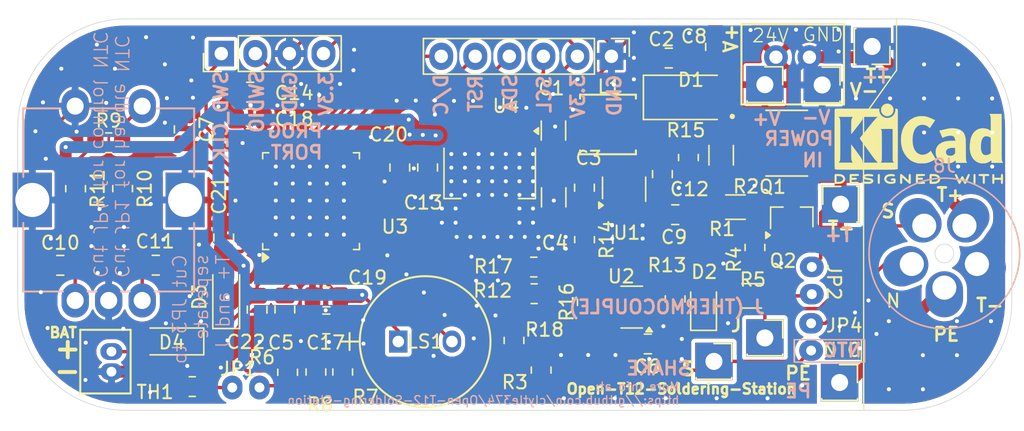
<source format=kicad_pcb>
(kicad_pcb (version 20240108) (generator "pcbnew") (generator_version "8.0")
  (layers (0 "F.Cu" signal) (31 "B.Cu" signal) (34 "B.Paste" user) (35 "F.Paste" user) (36 "B.SilkS" user "B.Silkscreen") (37 "F.SilkS" user "F.Silkscreen") (38 "B.Mask" user) (39 "F.Mask" user) (44 "Edge.Cuts" user))
  (net 0 "")
  (net 1 "GND")
  (net 2 "Net-(U1-CB)")
  (net 3 "Net-(U1-SW)")
  (net 4 "V24in")
  (net 5 "Net-(Q1-Pad4)")
  (net 6 "ENC_A")
  (net 8 "SWD_CLK")
  (net 11 "Net-(D3-K)")
  (net 12 "OLED_SCL")
  (net 14 "Net-(D2-A)")
  (net 16 "ENC_B")
  (net 18 "SWDIO")
  (net 21 "Net-(D4-A)")
  (net 22 "OLED_RST")
  (net 25 "ENC_PB")
  (net 26 "Net-(JP1-B)")
  (net 29 "OLED_D{slash}C")
  (net 33 "/V24")
  (net 39 "OLED_SDA")
  (net 41 "Net-(Q2-C)")
  (net 42 "3V3")
  (net 43 "Net-(U3-NRST)")
  (net 44 "Net-(Q2-B)")
  (net 45 "Net-(U2--)")
  (net 46 "NTC")
  (net 47 "SHAKE")
  (net 48 "HEATER_ON")
  (net 49 "TIP_TEMP")
  (net 50 "Net-(U3-PA1)")
  (net 51 "VIN_MON")
  (net 52 "5v0")
  (net 53 "Net-(JP1-A)")
  (net 54 "Net-(J8-P1)")
  (net 55 "Net-(J13-Pin_1)")
  (net 56 "Net-(C9-Pad2)")
  (net 57 "Net-(R18-Pad2)")
  (net 58 "/T12+")
  (net 59 "Net-(J8-P2)")
  (net 60 "Earth")
  (footprint "Connector_PinHeader_2.54mm:PinHeader_1x06_P2.54mm_Vertical" (layer "F.Cu") (at 98.796121 80.9763 -90)
    (property "Reference" "J1" (hide yes))
    (property "Value" "Conn_01x06_Pin" (hide yes))
  )
  (footprint "Capacitor_SMD:C_0805_2012Metric_Pad1.18x1.45mm_HandSolder" (layer "F.Cu") (at 72.3588 99.8748 -90)
    (property "Reference" "C22")
    (property "Value" ".1u" (hide yes))
  )
  (footprint "footprints:JUMPER_SNIPABLE" (layer "F.Cu") (at 70.504001 105.69)
    (property "Reference" "JP1")
    (property "Value" "Jumper_2_Bridged" (hide yes))
  )
  (footprint "Resistor_SMD:R_0805_2012Metric_Pad1.20x1.40mm_HandSolder" (layer "F.Cu") (at 91.525 102.175 -90)
    (property "Reference" "R18")
    (property "Value" "0" (hide yes))
  )
  (footprint "Resistor_SMD:R_0805_2012Metric_Pad1.20x1.40mm_HandSolder" (layer "F.Cu") (at 74.636 104.5526 -90)
    (property "Reference" "R6")
    (property "Value" "4.7K" (hide yes))
  )
  (footprint "Resistor_SMD:R_0805_2012Metric_Pad1.20x1.40mm_HandSolder" (layer "F.Cu") (at 62.3236 90.8476 -90)
    (property "Reference" "R10")
    (property "Value" "4.7K" (hide yes))
  )
  (footprint "footprints:CONN_B2B-XH-A_JST" (layer "F.Cu") (at 113.57 81.04 180)
    (property "Reference" "J4" (hide yes))
    (property "Value" "B2B-XH-A" (hide yes))
  )
  (footprint "Capacitor_SMD:C_0805_2012Metric_Pad1.18x1.45mm_HandSolder" (layer "F.Cu") (at 77.5298 98.9314 180)
    (property "Reference" "C19")
    (property "Value" ".1u" (hide yes))
  )
  (footprint "Package_TO_SOT_SMD:SOT-223-3_TabPin2" (layer "F.Cu") (at 89.712 89.6818 -90)
    (property "Reference" "U4")
    (property "Value" "MCP1825S" (hide yes))
  )
  (footprint "Capacitor_SMD:C_0805_2012Metric_Pad1.18x1.45mm_HandSolder" (layer "F.Cu") (at 96.7824 90.7836 90)
    (property "Reference" "C3")
    (property "Value" ".1u" (hide yes))
  )
  (footprint "Capacitor_SMD:C_0805_2012Metric_Pad1.18x1.45mm_HandSolder" (layer "F.Cu") (at 85.0802 89.2704 -90)
    (property "Reference" "C13")
    (property "Value" "10u" (hide yes))
  )
  (footprint "Diode_SMD:D_SOD-123" (layer "F.Cu") (at 70.0543 98.9267 90)
    (property "Reference" "D3")
    (property "Value" "BAT43W-V" (hide yes))
  )
  (footprint "Capacitor_SMD:C_0805_2012Metric_Pad1.18x1.45mm_HandSolder" (layer "F.Cu") (at 103.0746 81.106 180)
    (property "Reference" "C2")
    (property "Value" "1u" (hide yes))
  )
  (footprint "Capacitor_SMD:C_0805_2012Metric_Pad1.18x1.45mm_HandSolder" (layer "F.Cu") (at 101.5143 102.4373 180)
    (property "Reference" "C6")
    (property "Value" ".1u" (hide yes))
  )
  (footprint "Package_TO_SOT_SMD:SOT-23-6_Handsoldering" (layer "F.Cu") (at 99.7406 90.8926 90)
    (property "Reference" "U1")
    (property "Value" "LMR50410Y5FQDBVRQ1" (hide yes))
  )
  (footprint "Capacitor_SMD:C_0805_2012Metric_Pad1.18x1.45mm_HandSolder" (layer "F.Cu") (at 103.5574 92.793)
    (property "Reference" "C9")
    (property "Value" ".1u" (hide yes))
  )
  (footprint "Package_TO_SOT_SMD:SOT-23_Handsoldering" (layer "F.Cu") (at 112.2522 92.9858 90)
    (property "Reference" "Q2")
    (property "Value" "BC817-40" (hide yes))
  )
  (footprint "Capacitor_SMD:C_0805_2012Metric_Pad1.18x1.45mm_HandSolder" (layer "F.Cu") (at 57.6726 96.5718)
    (property "Reference" "C10")
    (property "Value" "10n" (hide yes))
  )
  (footprint "Symbol:KiCad-Logo2_5mm_SilkScreen" (layer "F.Cu") (at 121.72 87.49)
    (property "Reference" "REF**" (hide yes))
    (property "Value" "KiCad-Logo2_5mm_SilkScreen" (hide yes))
  )
  (footprint "footprints:CONN_B2B-ZRLFSN_JST" (layer "F.Cu") (at 61.4903 104.5078 90)
    (property "Reference" "J6" (hide yes))
    (property "Value" "B2B-ZRLFSN" (hide yes))
  )
  (footprint "Resistor_SMD:R_1206_3216Metric_Pad1.30x1.75mm_HandSolder" (layer "F.Cu") (at 109.2623 98.8495 180)
    (property "Reference" "R5")
    (property "Value" "4.7K" (hide yes))
  )
  (footprint "Capacitor_SMD:C_0805_2012Metric_Pad1.18x1.45mm_HandSolder" (layer "F.Cu") (at 66.92 86.4275 -90)
    (property "Reference" "C7")
    (property "Value" "10n")
  )
  (footprint "Connector_PinSocket_2.54mm:PinSocket_1x01_P2.54mm_Vertical" (layer "F.Cu") (at 115.82 105.315)
    (property "Reference" "J5" (hide yes))
    (property "Value" "Conn")
  )
  (footprint "Resistor_SMD:R_0805_2012Metric_Pad1.20x1.40mm_HandSolder" (layer "F.Cu") (at 109.5036 95.2382 -90)
    (property "Reference" "R4")
    (property "Value" "4.7K" (hide yes))
  )
  (footprint "Capacitor_SMD:C_0805_2012Metric_Pad1.18x1.45mm_HandSolder" (layer "F.Cu") (at 106.5632 80.2768 -90)
    (property "Reference" "C8")
    (property "Value" ".1u" (hide yes))
  )
  (footprint "Resistor_SMD:R_0805_2012Metric_Pad1.20x1.40mm_HandSolder" (layer "F.Cu") (at 76.746 104.5296 -90)
    (property "Reference" "R8")
    (property "Value" "4.7K" (hide yes))
  )
  (footprint "Diode_SMD:D_SOD-123" (layer "F.Cu") (at 66.02 102.25 180)
    (property "Reference" "D4")
    (property "Value" "BAT43W-V" (hide yes))
  )
  (footprint "Resistor_SMD:R_1206_3216Metric_Pad1.30x1.75mm_HandSolder" (layer "F.Cu") (at 108.0502 92.2292 180)
    (property "Reference" "R1")
    (property "Value" "1K" (hide yes))
  )
  (footprint "Resistor_SMD:R_0805_2012Metric_Pad1.20x1.40mm_HandSolder" (layer "F.Cu") (at 67.518 105.6198 180)
    (property "Reference" "TH1")
    (property "Value" "NTC_10K" (hide yes))
  )
  (footprint "Connector_PinSocket_2.54mm:PinSocket_1x01_P2.54mm_Vertical" (layer "F.Cu") (at 110.245 83.09)
    (property "Reference" "J7" (hide yes))
    (property "Value" "Conn_01x01_Pin" (hide yes))
  )
  (footprint "Connector_PinSocket_2.54mm:PinSocket_1x01_P2.54mm_Vertical" (layer "F.Cu") (at 110.245 101.99)
    (property "Reference" "J13" (hide yes))
    (property "Value" "Conn" (hide yes))
  )
  (footprint "Connector_PinSocket_2.54mm:PinSocket_1x01_P2.54mm_Vertical" (layer "F.Cu") (at 118.245 80.24 -90)
    (property "Reference" "J11" (hide yes))
    (property "Value" "Conn" (hide yes))
  )
  (footprint "Resistor_SMD:R_0805_2012Metric_Pad1.20x1.40mm_HandSolder" (layer "F.Cu") (at 96.7892 94.6558 -90)
    (property "Reference" "R14")
    (property "Value" "1K" (hide yes))
  )
  (footprint "Capacitor_SMD:C_0805_2012Metric_Pad1.18x1.45mm_HandSolder" (layer "F.Cu") (at 74.4292 99.8634 90)
    (property "Reference" "C5")
    (property "Value" ".1u" (hide yes))
  )
  (footprint "Resistor_SMD:R_0805_2012Metric_Pad1.20x1.40mm_HandSolder" (layer "F.Cu") (at 96.9973 99.3361 -90)
    (property "Reference" "R16")
    (property "Value" "249K" (hide yes))
  )
  (footprint "footprints:PB-09N23P-03Q_MAL" (layer "F.Cu") (at 82.8952 102.2583)
    (property "Reference" "LS1")
    (property "Value" "PB-09N23P-03Q" (hide yes))
  )
  (footprint "Capacitor_SMD:C_0805_2012Metric_Pad1.18x1.45mm_HandSolder" (layer "F.Cu") (at 64.7958 96.5604 180)
    (property "Reference" "C11")
    (property "Value" "10n" (hide yes))
  )
  (footprint "Resistor_SMD:R_0805_2012Metric_Pad1.20x1.40mm_HandSolder" (layer "F.Cu") (at 93 96.7)
    (property "Reference" "R17")
    (property "Value" "0" (hide yes))
  )
  (footprint "footprints:JUMPER_SNIPABLE" (layer "F.Cu") (at 113.745 96.69 -90)
    (property "Reference" "JP2")
    (property "Value" "Jumper_2_Bridged" (hide yes))
  )
  (footprint "footprints:IND_042068_WRE" (layer "F.Cu") (at 98.5395 86.0621 180)
    (property "Reference" "L1")
    (property "Value" "6.8u" (hide yes))
  )
  (footprint "Resistor_SMD:R_0805_2012Metric_Pad1.20x1.40mm_HandSolder" (layer "F.Cu") (at 103.5503 99.0785 90)
    (property "Reference" "R13")
    (property "Value" "1K" (hide yes))
  )
  (footprint "Capacitor_SMD:C_0805_2012Metric_Pad1.18x1.45mm_HandSolder" (layer "F.Cu") (at 102.5986 89.766 90)
    (property "Reference" "C12")
    (property "Value" ".1u" (hide yes))
  )
  (footprint "footprints:JUMPER_SNIPABLE" (layer "F.Cu") (at 113.695 100.899001 -90)
    (property "Reference" "JP4")
    (property "Value" "Jumper_2_Bridged" (hide yes))
  )
  (footprint "Capacitor_SMD:C_1206_3216Metric_Pad1.33x1.80mm_HandSolder" (layer "F.Cu") (at 94.4694 86.5162 90)
    (property "Reference" "C1")
    (property "Value" "10u" (hide yes))
  )
  (footprint "Capacitor_SMD:C_1206_3216Metric_Pad1.33x1.80mm_HandSolder" (layer "F.Cu") (at 94.4888 91.4994 -90)
    (property "Reference" "C4")
    (property "Value" "10u" (hide yes))
  )
  (footprint "Resistor_SMD:R_0805_2012Metric_Pad1.20x1.40mm_HandSolder" (layer "F.Cu") (at 58.8144 90.8512 -90)
    (property "Reference" "R11")
    (property "Value" "4.7K" (hide yes))
  )
  (footprint "Capacitor_SMD:C_0805_2012Metric_Pad1.18x1.45mm_HandSolder" (layer "F.Cu") (at 71.828 85.642)
    (property "Reference" "C18")
    (property "Value" ".1u" (hide yes))
  )
  (footprint "footprints:TRANS_TSM150P04LCS_RLG" (layer "F.Cu") (at 111.8722 87.4592)
    (property "Reference" "Q1")
    (property "Value" "TSM150P04LCS_RLG" (hide yes))
  )
  (footprint "Connector_PinSocket_2.54mm:PinSocket_1x01_P2.54mm_Vertical" (layer "F.Cu") (at 106.445 103.74)
    (property "Reference" "J9" (hide yes))
    (property "Value" "Conn" (hide yes))
  )
  (footprint "Capacitor_SMD:C_0805_2012Metric_Pad1.18x1.45mm_HandSolder" (layer "F.Cu") (at 69.866 94.5014 90)
    (property "Reference" "C21")
    (property "Value" ".1u" (hide yes))
  )
  (footprint "Capacitor_SMD:C_0805_2012Metric_Pad1.18x1.45mm_HandSolder" (layer "F.Cu") (at 77.5216 100.943 180)
    (property "Reference" "C17")
    (property "Value" "10u" (hide yes))
  )
  (footprint "Package_QFP:LQFP-48_7x7mm_P0.5mm" (layer "F.Cu") (at 76.3842 91.7832 90)
    (property "Reference" "U3")
    (property "Value" "STM32F103C8Tx" (hide yes))
  )
  (footprint "Package_TO_SOT_SMD:SOT-23-5" (layer "F.Cu") (at 100.3103 99.6885 180)
    (property "Reference" "U2")
    (property "Value" "OPA336Nx" (hide yes))
  )
  (footprint "Resistor_SMD:R_1206_3216Metric_Pad1.30x1.75mm_HandSolder" (layer "F.Cu") (at 106.9834 88.3564 -90)
    (property "Reference" "R2")
    (property "Value" "2K" (hide yes))
  )
  (footprint "Connector_PinSocket_2.54mm:PinSocket_1x01_P2.54mm_Vertical" (layer "F.Cu") (at 114.52 83.115)
    (property "Reference" "J10" (hide yes))
    (property "Value" "Conn_01x01_Pin" (hide yes))
  )
  (footprint "Connector_PinHeader_2.54mm:PinHeader_1x04_P2.54mm_Vertical" (layer "F.Cu") (at 69.685 80.775 90)
    (property "Reference" "J2" (hide yes))
    (property "Value" "Conn_01x04_Pin" (hide yes))
  )
  (footprint "Resistor_SMD:R_0805_2012Metric_Pad1.20x1.40mm_HandSolder" (layer "F.Cu") (at 93.0292 98.6888)
    (property "Reference" "R12")
    (property "Value" "470" (hide yes))
  )
  (footprint "Resistor_SMD:R_0805_2012Metric_Pad1.20x1.40mm_HandSolder" (layer "F.Cu") (at 78.7436 104.5294 -90)
    (property "Reference" "R7")
    (property "Value" "4.7K" (hide yes))
  )
  (footprint "Resistor_SMD:R_0805_2012Metric_Pad1.20x1.40mm_HandSolder" (layer "F.Cu") (at 104.5394 88.5286 90)
    (property "Reference" "R15")
    (property "Value" "10K" (hide yes))
  )
  (footprint "Capacitor_SMD:C_0805_2012Metric_Pad1.18x1.45mm_HandSolder" (layer "F.Cu") (at 71.8472 83.649)
    (property "Reference" "C14")
    (property "Value" "10u" (hide yes))
  )
  (footprint "Resistor_SMD:R_0805_2012Metric_Pad1.20x1.40mm_HandSolder" (layer "F.Cu") (at 93.5516 104.3876 -90)
    (property "Reference" "R3")
    (property "Value" "4.7K" (hide yes))
  )
  (footprint "Capacitor_SMD:C_0805_2012Metric_Pad1.18x1.45mm_HandSolder" (layer "F.Cu") (at 83.0066 89.2772 -90)
    (property "Reference" "C20")
    (property "Value" ".1u" (hide yes))
  )
  (footprint "Resistor_SMD:R_0805_2012Metric_Pad1.20x1.40mm_HandSolder" (layer "F.Cu") (at 61.2896 87.428)
    (property "Reference" "R9")
    (property "Value" "4.7K" (hide yes))
  )
  (footprint "LED_SMD:LED_0805_2012Metric_Pad1.15x1.40mm_HandSolder" (layer "F.Cu") (at 105.67 99.565 90)
    (property "Reference" "D2")
    (property "Value" "LED" (hide yes))
  )
  (footprint "Connector_PinSocket_2.54mm:PinSocket_1x01_P2.54mm_Vertical" (layer "F.Cu") (at 115.895 92.015 90)
    (property "Reference" "J3" (hide yes))
    (property "Value" "Conn_01x01_Pin" (hide yes))
  )
  (footprint "Diode_SMD:D_SMA" (layer "F.Cu") (at 104.6898 84.0416)
    (property "Reference" "D1")
    (property "Value" "B140-E3" (hide yes))
  )
  (footprint "footprints:GX12-5M" (layer "B.Cu") (at 123.635121 95.6851 180)
    (property "Reference" "J8")
    (property "Value" "GX12-5M")
  )
  (footprint "footprints:SW5_PEC11R-4225F-S0024_BRN" (layer "B.Cu") (at 61.2844 91.693986 180)
    (property "Reference" "SW1" (hide yes))
    (property "Value" "PEC11R-4225F-S0024" (hide yes))
  )
  (gr_rect (start 112.42 102.115) (end 117.695 103.79) (stroke (width 0.1)) (fill none) (layer "B.SilkS"))
  (gr_rect (start 112.445 102.115) (end 117.445 103.79) (stroke (width 0.1)) (fill none) (layer "F.SilkS"))
  (gr_circle (center 122.126021 93.602774) (end 122.989621 93.602774) (stroke (width 0.05)) (fill none) (layer "F.SilkS"))
  (gr_circle (center 123.637321 98.254077) (end 124.500921 98.254077) (stroke (width 0.05)) (fill none) (layer "F.SilkS"))
  (gr_line (start 117.602 85.491867) (end 117.62 107.315) (stroke (width 0.1)) (layer "F.SilkS"))
  (gr_circle (center 121.191986 96.477437) (end 122.055586 96.477437) (stroke (width 0.05)) (fill none) (layer "F.SilkS"))
  (gr_line (start 120.07 78.1558) (end 120.07 82.015) (stroke (width 0.1)) (layer "F.SilkS"))
  (gr_line (start 120.07 82.015) (end 117.602 85.491867) (stroke (width 0.1)) (layer "F.SilkS"))
  (gr_circle (center 125.148621 93.602774) (end 126.012221 93.602774) (stroke (width 0.05)) (fill none) (layer "F.SilkS"))
  (gr_circle (center 126.082656 96.477437) (end 126.946256 96.477437) (stroke (width 0.05)) (fill none) (layer "F.SilkS"))
  (gr_arc (start 120.538521 78.1823) (mid 126.285871 80.562944) (end 128.666521 86.3103) (stroke (width 0.05)) (layer "Edge.Cuts"))
  (gr_line (start 54.498521 86.3103) (end 54.498521 99.2643) (stroke (width 0.05)) (layer "Edge.Cuts"))
  (gr_line (start 62.626521 107.3923) (end 120.538521 107.3923) (stroke (width 0.05)) (layer "Edge.Cuts"))
  (gr_line (start 128.666521 99.2643) (end 128.666521 86.3103) (stroke (width 0.05)) (layer "Edge.Cuts"))
  (gr_arc (start 62.626521 107.3923) (mid 56.879157 105.011664) (end 54.498521 99.2643) (stroke (width 0.05)) (layer "Edge.Cuts"))
  (gr_arc (start 54.498521 86.3103) (mid 56.879157 80.562936) (end 62.626521 78.1823) (stroke (width 0.05)) (layer "Edge.Cuts"))
  (gr_circle (center 123.637321 95.6829) (end 122.938821 95.6829) (stroke (width 0.05)) (fill none) (layer "Edge.Cuts"))
  (gr_arc (start 128.666521 99.2643) (mid 126.285886 105.011671) (end 120.538521 107.3923) (stroke (width 0.05)) (layer "Edge.Cuts"))
  (gr_line (start 120.538521 78.1823) (end 62.626521 78.1823) (stroke (width 0.05)) (layer "Edge.Cuts"))
  (gr_text "SWDIO\n" (at 72.92 81.915 90) (layer "B.SilkS") (effects (font (size 1 1) (thickness 0.2) (bold yes)) (justify left bottom mirror)))
  (gr_text "More info at:\nhttps://github.com/clytle374/Open-T12-Soldering-Station" (at 103.92 107.015 0) (layer "B.SilkS") (effects (font (size 0.635 0.635) (thickness 0.1)) (justify left bottom mirror)))
  (gr_text "GND" (at 99.595 82.24 90) (layer "B.SilkS") (effects (font (size 1 1) (thickness 0.2) (bold yes)) (justify left bottom mirror)))
  (gr_text "Cut JP1 for handle NTC\nCut JP4 for control NTC\n " (at 58.445 97.59 -90) (layer "B.SilkS") (effects (font (size 1 1) (thickness 0.1)) (justify left bottom mirror)))
  (gr_text "SCL\n" (at 94.37 82.29 90) (layer "B.SilkS") (effects (font (size 1 1) (thickness 0.2) (bold yes)) (justify left bottom mirror)))
  (gr_text "V-" (at 115.245 86.115 0) (layer "B.SilkS") (effects (font (size 1 1) (thickness 0.2) (bold yes)) (justify left bottom mirror)))
  (gr_text "SDA" (at 91.82 82.19 90) (layer "B.SilkS") (effects (font (size 1 1) (thickness 0.2) (bold yes)) (justify left bottom mirror)))
  (gr_text "SHAKE" (at 104.82 104.84 0) (layer "B.SilkS") (effects (font (size 1 1) (thickness 0.2) (bold yes)) (justify left bottom mirror)))
  (gr_text "POWER\n IN" (at 115.47 89.315 0) (layer "B.SilkS") (effects (font (size 1 1) (thickness 0.2) (bold yes)) (justify left bottom mirror)))
  (gr_text "3.3V" (at 96.87 82.215 90) (layer "B.SilkS") (effects (font (size 1 1) (thickness 0.2) (bold yes)) (justify left bottom mirror)))
  (gr_text "3.3V" (at 78.095 82.04 90) (layer "B.SilkS") (effects (font (size 1 1) (thickness 0.2) (bold yes)) (justify left bottom mirror)))
  (gr_text "PE" (at 113.82 106.54 0) (layer "B.SilkS") (effects (font (size 1 1) (thickness 0.2) (bold yes)) (justify left bottom mirror)))
  (gr_text "GND" (at 75.395 81.99 90) (layer "B.SilkS") (effects (font (size 1 1) (thickness 0.2) (bold yes)) (justify left bottom mirror)))
  (gr_text "T-" (at 119.595 83.065 0) (layer "B.SilkS") (effects (font (size 1 1) (thickness 0.2) (bold yes)) (justify left bottom mirror)))
  (gr_text "Cut JP3 to\nseperate \nT+ and J" (at 70.395 95.69 90) (layer "B.SilkS") (effects (font (size 1 1) (thickness 0.1)) (justify left bottom mirror)))
  (gr_text "V+" (at 111.545 86.215 0) (layer "B.SilkS") (effects (font (size 1 1) (thickness 0.2) (bold yes)) (justify left bottom mirror)))
  (gr_text "T+" (at 116.87 94.89 0) (layer "B.SilkS") (effects (font (size 1 1) (thickness 0.2) (bold yes)) (justify left bottom mirror)))
  (gr_text "PROG \nPORT" (at 77.345 88.74 0) (layer "B.SilkS") (effects (font (size 1 1) (thickness 0.2) (bold yes)) (justify left bottom mirror)))
  (gr_text "RST" (at 89.245 82.265 90) (layer "B.SilkS") (effects (font (size 1 1) (thickness 0.2) (bold yes)) (justify left bottom mirror)))
  (gr_text "SWD_CLK\n" (at 70.245 81.965 90) (layer "B.SilkS") (effects (font (size 1 1) (thickness 0.2) (bold yes)) (justify left bottom mirror)))
  (gr_text "NTC" (at 117.595 103.49 0) (layer "B.SilkS") (effects (font (size 1 1) (thickness 0.2) (bold yes)) (justify left bottom mirror)))
  (gr_text "D/C" (at 86.67 82.19 90) (layer "B.SilkS") (effects (font (size 1 1) (thickness 0.2) (bold yes)) (justify left bottom mirror)))
  (gr_text "J (THERMOCOUPLE)" (at 110.345 100.265 0) (layer "B.SilkS") (effects (font (size 1 1) (thickness 0.2) (bold yes)) (justify left bottom mirror)))
  (gr_text "T-" (at 125.895 100.14 0) (layer "F.SilkS") (effects (font (size 1 1) (thickness 0.2) (bold yes)) (justify left bottom)))
  (gr_text "PE" (at 111.645 105.215 0) (layer "F.SilkS") (effects (font (size 1 1) (thickness 0.2) (bold yes)) (justify left bottom)))
  (gr_text "T-" (at 117.645 83.04 0) (layer "F.SilkS") (effects (font (size 1 1) (thickness 0.2) (bold yes)) (justify left bottom)))
  (gr_text "GND" (at 112.995 79.94 0) (layer "F.SilkS") (effects (font (size 1 1) (thickness 0.1)) (justify left bottom)))
  (gr_text "S" (at 103.92 104.89 0) (layer "F.SilkS") (effects (font (size 1 1) (thickness 0.2) (bold yes)) (justify left bottom)))
  (gr_text "T+" (at 122.945 91.89 0) (layer "F.SilkS") (effects (font (size 1 1) (thickness 0.2) (bold yes)) (justify left bottom)))
  (gr_text "PE" (at 122.695 102.315 0) (layer "F.SilkS") (effects (font (size 1 1) (thickness 0.2) (bold yes)) (justify left bottom)))
  (gr_text "BAT\n" (at 56.77 102.04 0) (layer "F.SilkS") (effects (font (size 0.762 0.762) (thickness 0.1905) (bold yes)) (justify left bottom)))
  (gr_text "NTC" (at 115.97 102.89 0) (layer "F.SilkS") (effects (font (size 1 1))))
  (gr_text "T+" (at 114.82 94.39 0) (layer "F.SilkS") (effects (font (size 1 1) (thickness 0.2) (bold yes)) (justify left bottom)))
  (gr_text "N" (at 119.82 99.215 0) (layer "F.SilkS") (effects (font (size 1 1))))
  (gr_text "V-\n" (at 116.47 84.115 0) (layer "F.SilkS") (effects (font (size 1 1) (thickness 0.2) (bold yes)) (justify left bottom)))
  (gr_text "+" (at 57.095 103.64 0) (layer "F.SilkS") (effects (font (size 1.524 1.524) (thickness 0.2921) (bold yes)) (justify left bottom)))
  (gr_text "-\n" (at 57.07 105.315 0) (layer "F.SilkS") (effects (font (size 1.524 1.524) (thickness 0.2921) (bold yes)) (justify left bottom)))
  (gr_text "V+\n" (at 108.295 80.815 90) (layer "F.SilkS") (effects (font (size 1 1) (thickness 0.2) (bold yes)) (justify left bottom)))
  (gr_text "Open-T12-Soldering-Station" (at 95.345 106.24 0) (layer "F.SilkS") (effects (font (size 0.762 0.762) (thickness 0.1905) (bold yes)) (justify left bottom)))
  (gr_text "J" (at 107.595 101.615 0) (layer "F.SilkS") (effects (font (size 1 1) (thickness 0.2) (bold yes)) (justify left bottom)))
  (gr_text "S" (at 118.82 93.115 0) (layer "F.SilkS") (effects (font (size 1 1) (thickness 0.2) (bold yes)) (justify left bottom)))
  (gr_text "24V" (at 109.22 80.015 0) (layer "F.SilkS") (effects (font (size 1 1) (thickness 0.1)) (justify left bottom)))
  (segment (start 95.0827 93.6558) (end 94.4888 93.0619) (width 0.254) (layer "F.Cu") (net 1))
  (segment (start 76.4923 100.9348) (end 76.4841 100.943) (width 0.889) (layer "F.Cu") (net 1))
  (segment (start 72.2217 94.0332) (end 73.5032 94.0332) (width 0.254) (layer "F.Cu") (net 1))
  (segment (start 74.918842 89.2) (end 75.02 89.2) (width 0.254) (layer "F.Cu") (net 1))
  (segment (start 80.5467 89.5332) (end 79.1632 89.5332) (width 0.254) (layer "F.Cu") (net 1))
  (segment (start 70.7967 92.5332) (end 69.866 93.4639) (width 0.254) (layer "F.Cu") (net 1))
  (segment (start 69.866 93.4639) (end 70.4353 94.0332) (width 0.254) (layer "F.Cu") (net 1))
  (segment (start 74.1342 86.3232) (end 73.453 85.642) (width 0.254) (layer "F.Cu") (net 1))
  (segment (start 80.5467 89.5332) (end 82.2251 89.5332) (width 0.254) (layer "F.Cu") (net 1))
  (segment (start 102.5986 90.8035) (end 102.5986 92.7143) (width 0.889) (layer "F.Cu") (net 1))
  (segment (start 85.0802 90.3079) (end 83.0134 90.3079) (width 0.254) (layer "F.Cu") (net 1))
  (segment (start 100.647421 79.125) (end 100.533121 79.2393) (width 0.254) (layer "F.Cu") (net 1))
  (segment (start 76.4841 100.943) (end 72.3895 100.943) (width 0.889) (layer "F.Cu") (net 1))
  (segment (start 76.4923 98.9314) (end 76.4923 100.9348) (width 0.889) (layer "F.Cu") (net 1))
  (segment (start 97.7 79.025) (end 98.796121 80.121121) (width 0.254) (layer "F.Cu") (net 1))
  (segment (start 74.1342 87.6207) (end 74.1342 88.415358) (width 0.254) (layer "F.Cu") (net 1))
  (segment (start 106.5632 79.2218) (end 106.9757 78.8093) (width 0.254) (layer "F.Cu") (net 1))
  (segment (start 73.675 92.935) (end 73.75 93.01) (width 0.254) (layer "F.Cu") (net 1))
  (segment (start 94.4888 93.0619) (end 94.2119 93.0619) (width 0.254) (layer "F.Cu") (net 1))
  (segment (start 104.6 79.25) (end 104.6107 79.2393) (width 0.254) (layer "F.Cu") (net 1))
  (segment (start 89.712 92.8318) (end 87.1881 90.3079) (width 0.254) (layer "F.Cu") (net 1))
  (segment (start 102.5518 102.4373) (end 103.5503 101.4388) (width 0.254) (layer "F.Cu") (net 1))
  (segment (start 76.515 79.025) (end 97.7 79.025) (width 0.254) (layer "F.Cu") (net 1))
  (segment (start 70.4353 94.0332) (end 72.2217 94.0332) (width 0.254) (layer "F.Cu") (net 1))
  (segment (start 70.15 103.1211) (end 69.65 103.6211) (width 0.889) (layer "F.Cu") (net 1))
  (segment (start 115.825 79.375) (end 115.674001 79.375) (width 0.254) (layer "F.Cu") (net 1))
  (segment (start 72.2217 92.5332) (end 70.7967 92.5332) (width 0.254) (layer "F.Cu") (net 1))
  (segment (start 67.15 104.075) (end 67.153 104.2848) (width 0.889) (layer "F.Cu") (net 1))
  (segment (start 55.584399 91.693999) (end 55.584399 95.521099) (width 0.254) (layer "F.Cu") (net 1))
  (segment (start 87.1881 90.3079) (end 85.0802 90.3079) (width 0.254) (layer "F.Cu") (net 1))
  (segment (start 77.1342 94.7058) (end 77.56 94.28) (width 0.254) (layer "F.Cu") (net 1))
  (segment (start 99.7406 92.2426) (end 99.7406 93.6464) (width 0.254) (layer "F.Cu") (net 1))
  (segment (start 117.445 81.04) (end 118.245 80.24) (width 0.889) (layer "F.Cu") (net 1))
  (segment (start 73.5032 94.0332) (end 73.75 94.28) (width 0.254) (layer "F.Cu") (net 1))
  (segment (start 96.7892 93.6558) (end 95.0827 93.6558) (width 0.254) (layer "F.Cu") (net 1))
  (segment (start 65.406001 104.507801) (end 66.518 105.6198) (width 0.889) (layer "F.Cu") (net 1))
  (segment (start 66.984401 91.693999) (end 66.984401 95.409299) (width 0.254) (layer "F.Cu") (net 1))
  (segment (start 104.6107 79.2393) (end 106.5632 79.2393) (width 0.254) (layer "F.Cu") (net 1))
  (segment (start 104.7685 99.6885) (end 105.67 100.59) (width 0.254) (layer "F.Cu") (net 1))
  (segment (start 74.765 80.775) (end 76.515 79.025) (width 0.254) (layer "F.Cu") (net 1))
  (segment (start 106.9757 78.8093) (end 109.225 78.8093) (width 0.254) (layer "F.Cu") (net 1))
  (segment (start 100.325 79.447421) (end 100.325 79.125) (width 0.254) (layer "F.Cu") (net 1))
  (segment (start 73.5582 92.5332) (end 73.675 92.65) (width 0.254) (layer "F.Cu") (net 1))
  (segment (start 66.984401 95.409299) (end 65.8333 96.5604) (width 0.254) (layer "F.Cu") (net 1))
  (segment (start 127.464997 96.470003) (end 126.050804 96.470003) (width 0.254) (layer "F.Cu") (net 1))
  (segment (start 102.5199 92.793) (end 101.6571 93.6558) (width 0.254) (layer "F.Cu") (net 1))
  (segment (start 118.245 80.24) (end 127.722021 89.717021) (width 0.889) (layer "F.Cu") (net 1))
  (segment (start 58.7844 84.694) (end 55.584399 87.894001) (width 0.254) (layer "F.Cu") (net 1))
  (segment (start 70.15 102.175) (end 70.15 103.1211) (width 0.889) (layer "F.Cu") (net 1))
  (segment (start 93.9818 92.8318) (end 89.712 92.8318) (width 0.254) (layer "F.Cu") (net 1))
  (segment (start 61.4903 104.507801) (end 65.406001 104.507801) (width 0.889) (layer "F.Cu") (net 1))
  (segment (start 72.2217 92.5332) (end 73.5582 92.5332) (width 0.254) (layer "F.Cu") (net 1))
  (segment (start 103.9038 79.2393) (end 106.5632 79.2393) (width 0.254) (layer "F.Cu") (net 1))
  (segment (start 55.584399 95.521099) (end 56.6351 96.5718) (width 0.254) (layer "F.Cu") (net 1))
  (segment (start 71.0961 102.175) (end 70.15 102.175) (width 0.889) (layer "F.Cu") (net 1))
  (segment (start 98.796121 80.121121) (end 98.796121 80.9763) (width 0.254) (layer "F.Cu") (net 1))
  (segment (start 99.7406 93.6464) (end 99.75 93.6558) (width 0.254) (layer "F.Cu") (net 1))
  (segment (start 68.9863 104.2848) (end 67.15 104.075) (width 0.889) (layer "F.Cu") (net 1))
  (segment (start 77.1342 98.2895) (end 76.4923 98.9314) (width 0.254) (layer "F.Cu") (net 1))
  (segment (start 73.675 92.65) (end 73.675 92.935) (width 0.254) (layer "F.Cu") (net 1))
  (segment (start 74.1342 88.415358) (end 74.918842 89.2) (width 0.254) (layer "F.Cu") (net 1))
  (segment (start 99.75 93.6558) (end 96.7892 93.6558) (width 0.254) (layer "F.Cu") (net 1))
  (segment (start 127.722021 94.798786) (end 126.050804 96.470003) (width 0.889) (layer "F.Cu") (net 1))
  (segment (start 102.0371 81.106) (end 103.9038 79.2393) (width 0.254) (layer "F.Cu") (net 1))
  (segment (start 95.2213 84.9537) (end 94.4694 84.9537) (width 0.254) (layer "F.Cu") (net 1))
  (segment (start 82.2251 89.5332) (end 83.0066 90.3147) (width 0.254) (layer "F.Cu") (net 1))
  (segment (start 72.3895 100.943) (end 72.3588 100.9123) (width 0.889) (layer "F.Cu") (net 1))
  (segment (start 73.453 85.642) (end 72.8655 85.642) (width 0.254) (layer "F.Cu") (net 1))
  (segment (start 103.5503 101.4388) (end 103.5503 100.0785) (width 0.254) (layer "F.Cu") (net 1))
  (segment (start 127.722021 89.717021) (end 127.722021 94.798786) (width 0.889) (layer "F.Cu") (net 1))
  (segment (start 69.65 104.2) (end 69.0711 104.2) (width 0.889) (layer "F.Cu") (net 1))
  (segment (start 98.796121 81.378879) (end 95.2213 84.9537) (width 0.254) (layer "F.Cu") (net 1))
  (segment (start 94.2119 93.0619) (end 93.9818 92.8318) (width 0.254) (layer "F.Cu") (net 1))
  (segment (start 104.5893 79.2393) (end 104.6 79.25) (width 0.254) (layer "F.Cu") (net 1))
  (segment (start 67.153 104.2848) (end 66.518 104.9198) (width 0.889) (layer "F.Cu") (net 1))
  (segment (start 77.1342 95.9457) (end 77.1342 98.2895) (width 0.254) (layer "F.Cu") (net 1))
  (segment (start 100.325 79.125) (end 100.647421 79.125) (width 0.254) (layer "F.Cu") (net 1))
  (segment (start 91.2901 84.9537) (end 94.4694 84.9537) (width 0.254) (layer "F.Cu") (net 1))
  (segment (start 66.518 104.9198) (end 66.518 105.6198) (width 0.889) (layer "F.Cu") (net 1))
  (segment (start 98.796121 80.9763) (end 100.325 79.447421) (width 0.254) (layer "F.Cu") (net 1))
  (segment (start 100.533121 79.2393) (end 104.5893 79.2393) (width 0.254) (layer "F.Cu") (net 1))
  (segment (start 101.6571 93.6558) (end 99.75 93.6558) (width 0.254) (layer "F.Cu") (net 1))
  (segment (start 69.0711 104.2) (end 68.9863 104.2848) (width 0.889) (layer "F.Cu") (net 1))
  (segment (start 89.712 86.5318) (end 91.2901 84.9537) (width 0.254) (layer "F.Cu") (net 1))
  (segment (start 74.1342 87.6207) (end 74.1342 86.3232) (width 0.254) (layer "F.Cu") (net 1))
  (segment (start 115.825 79.375) (end 115.825 79.525999) (width 0.254) (layer "F.Cu") (net 1))
  (segment (start 109.2718 78.79) (end 113.3682 78.79) (width 0.254) (layer "F.Cu") (net 1))
  (segment (start 83.0134 90.3079) (end 83.0066 90.3147) (width 0.254) (layer "F.Cu") (net 1))
  (segment (start 79.1632 89.5332) (end 78.83 89.2) (width 0.254) (layer "F.Cu") (net 1))
  (segment (start 77.1342 95.9457) (end 77.1342 94.7058) (width 0.254) (layer "F.Cu") (net 1))
  (segment (start 72.8655 85.642) (end 72.8655 83.6682) (width 0.254) (layer "F.Cu") (net 1))
  (segment (start 102.5986 92.7143) (end 102.5199 92.793) (width 0.889) (layer "F.Cu") (net 1))
  (segment (start 113.57 81.04) (end 117.445 81.04) (width 0.889) (layer "F.Cu") (net 1))
  (segment (start 106.5632 79.2393) (end 106.5632 79.2218) (width 0.254) (layer "F.Cu") (net 1))
  (segment (start 72.8655 83.6682) (end 72.8847 83.649) (width 0.254) (layer "F.Cu") (net 1))
  (segment (start 98.796121 80.9763) (end 98.796121 81.378879) (width 0.254) (layer "F.Cu") (net 1))
  (segment (start 72.3588 100.9123) (end 71.0961 102.175) (width 0.889) (layer "F.Cu") (net 1))
  (segment (start 101.4478 99.6885) (end 104.7685 99.6885) (width 0.254) (layer "F.Cu") (net 1))
  (segment (start 55.584399 87.894001) (end 55.584399 91.693999) (width 0.254) (layer "F.Cu") (net 1))
  (segment (start 69.65 103.6211) (end 69.65 104.2) (width 0.889) (layer "F.Cu") (net 1))
  (segment (start 115.108301 78.8093) (end 113.3682 78.8093) (width 0.254) (layer "F.Cu") (net 1))
  (via (at 115.745 80.615) (size 0.6) (drill 0.3) (layers "F.Cu" "B.Cu") (net 1))
  (via (at 92.946 89.286) (size 0.6) (drill 0.3) (layers "F.Cu" "B.Cu") (net 1))
  (via (at 56.59 88.62) (size 0.6) (drill 0.3) (layers "F.Cu" "B.Cu") (net 1))
  (via (at 94.362 94.45) (size 0.6) (drill 0.3) (layers "F.Cu" "B.Cu") (net 1))
  (via (at 64.425 92) (size 0.6) (drill 0.3) (layers "F.Cu" "B.Cu") (net 1))
  (via (at 65.625 84.1) (size 0.6) (drill 0.3) (layers "F.Cu" "B.Cu") (net 1))
  (via (at 92.946 88.27) (size 0.6) (drill 0.3) (layers "F.Cu" "B.Cu") (net 1))
  (via (at 87.04875 84.3) (size 0.6) (drill 0.3) (layers "F.Cu" "B.Cu") (net 1))
  (via (at 87.17 92.334) (size 0.6) (drill 0.3) (layers "F.Cu" "B.Cu") (net 1))
  (via (at 78.83 93.01) (size 0.6) (drill 0.3) (layers "F.Cu" "B.Cu") (net 1))
  (via (at 124.665 89.2) (size 0.6) (drill 0.3) (layers "F.Cu" "B.Cu") (net 1))
  (via (at 91.93 88.27) (size 0.6) (drill 0.3) (layers "F.Cu" "B.Cu") (net 1))
  (via (at 81.87 90.315) (size 0.6) (drill 0.3) (layers "F.Cu" "B.Cu") (net 1))
  (via (at 89.282 94.45) (size 0.6) (drill 0.3) (layers "F.Cu" "B.Cu") (net 1))
  (via (at 79.595 80.49) (size 0.6) (drill 0.3) (layers "F.Cu" "B.Cu") (net 1))
  (via (at 93.346 94.45) (size 0.6) (drill 0.3) (layers "F.Cu" "B.Cu") (net 1))
  (via (at 85.6225 84.275) (size 0.6) (drill 0.3) (layers "F.Cu" "B.Cu") (net 1))
  (via (at 90.298 94.45) (size 0.6) (drill 0.3) (layers "F.Cu" "B.Cu") (net 1))
  (via (at 67.57 84.065) (size 0.6) (drill 0.3) (layers "F.Cu" "B.Cu") (net 1))
  (via (at 87.866 88.27) (size 0.6) (drill 0.3) (layers "F.Cu" "B.Cu") (net 1))
  (via (at 92.445 84.815) (size 0.6) (drill 0.3) (layers "F.Cu" "B.Cu") (net 1))
  (via (at 90.914 88.27) (size 0.6) (drill 0.3) (layers "F.Cu" "B.Cu") (net 1))
  (via (at 100.47 81.09) (size 0.6) (drill 0.3) (layers "F.Cu" "B.Cu") (net 1))
  (via (at 57.75 81.9) (size 0.6) (drill 0.3) (layers "F.Cu" "B.Cu") (net 1))
  (via (at 75.645 83.04) (size 0.6) (drill 0.3) (layers "F.Cu" "B.Cu") (net 1))
  (via (at 92.975 101.35) (size 0.6) (drill 0.3) (layers "F.Cu" "B.Cu") (net 1))
  (via (at 80.27 100.665) (size 0.6) (drill 0.3) (layers "F.Cu" "B.Cu") (net 1))
  (via (at 65.37 94.65) (size 0.6) (drill 0.3) (layers "F.Cu" "B.Cu") (net 1))
  (via (at 88.525 102.025) (size 0.6) (drill 0.3) (layers "F.Cu" "B.Cu") (net 1))
  (via (at 127.115 100.74) (size 0.6) (drill 0.3) (layers "F.Cu" "B.Cu") (net 1))
  (via (at 102.67 101.115) (size 0.6) (drill 0.3) (layers "F.Cu" "B.Cu") (net 1))
  (via (at 95.92 84.965) (size 0.6) (drill 0.3) (layers "F.Cu" "B.Cu") (net 1))
  (via (at 124.665 84.12) (size 0.6) (drill 0.3) (layers "F.Cu" "B.Cu") (net 1))
  (via (at 77.56 90.47) (size 0.6) (drill 0.3) (layers "F.Cu" "B.Cu") (net 1))
  (via (at 58.89 86.6) (size 0.6) (drill 0.3) (layers "F.Cu" "B.Cu") (net 1))
  (via (at 92.946 93.39) (size 0.6) (drill 0.3) (layers "F.Cu" "B.Cu") (net 1))
  (via (at 87.866 90.302) (size 0.6) (drill 0.3) (layers "F.Cu" "B.Cu") (net 1))
  (via (at 91.93 92.334) (size 0.6) (drill 0.3) (layers "F.Cu" "B.Cu") (net 1))
  (via (at 86.145 92.334) (size 0.6) (drill 0.3) (layers "F.Cu" "B.Cu") (net 1))
  (via (at 59.995 93.715) (size 0.6) (drill 0.3) (layers "F.Cu" "B.Cu") (net 1))
  (via (at 107.145 96.44) (size 0.6) (drill 0.3) (layers "F.Cu" "B.Cu") (net 1))
  (via (at 88.882 88.27) (size 0.6) (drill 0.3) (layers "F.Cu" "B.Cu") (net 1))
  (via (at 109.175 79.015) (size 0.6) (drill 0.3) (layers "F.Cu" "B.Cu") (net 1))
  (via (at 95.031 103.265) (size 0.6) (drill 0.3) (layers "F.Cu" "B.Cu") (net 1))
  (via (at 56.38 84.41) (size 0.6) (drill 0.3) (layers "F.Cu" "B.Cu") (net 1))
  (via (at 92.946 91.318) (size 0.6) (drill 0.3) (layers "F.Cu" "B.Cu") (net 1))
  (via (at 99.045 106.49) (size 0.6) (drill 0.3) (layers "F.Cu" "B.Cu") (net 1))
  (via (at 78.83 91.74) (size 0.6) (drill 0.3) (layers "F.Cu" "B.Cu") (net 1))
  (via (at 97.063 103.265) (size 0.6) (drill 0.3) (layers "F.Cu" "B.Cu") (net 1))
  (via (at 95.378 94.45) (size 0.6) (drill 0.3) (layers "F.Cu" "B.Cu") (net 1))
  (via (at 109.47 90.64) (size 0.6) (drill 0.3) (layers "F.Cu" "B.Cu") (net 1))
  (via (at 127.205 84.12) (size 0.6) (drill 0.3) (layers "F.Cu" "B.Cu") (net 1))
  (via (at 78.83 89.2) (size 0.6) (drill 0.3) (layers "F.Cu" "B.Cu") (net 1))
  (via (at 79.545 82.015) (size 0.6) (drill 0.3) (layers "F.Cu" "B.Cu") (net 1))
  (via (at 124.575 100.74) (size 0.6) (drill 0.3) (layers "F.Cu" "B.Cu") (net 1))
  (via (at 92.946 92.334) (size 0.6) (drill 0.3) (layers "F.Cu" "B.Cu") (net 1))
  (via (at 117.045 84.12) (size 0.6) (drill 0.3) (layers "F.Cu" "B.Cu") (net 1))
  (via (at 88.475 84.3) (size 0.6) (drill 0.3) (layers "F.Cu" "B.Cu") (net 1))
  (via (at 59.55 105.125) (size 0.6) (drill 0.3) (layers "F.Cu" "B.Cu") (net 1))
  (via (at 65.475 81.575) (size 0.6) (drill 0.3) (layers "F.Cu" "B.Cu") (net 1))
  (via (at 71.275 87.45) (size 0.6) (drill 0.3) (layers "F.Cu" "B.Cu") (net 1))
  (via (at 87.866 91.318) (size 0.6) (drill 0.3) (layers "F.Cu" "B.Cu") (net 1))
  (via (at 94.595 86.215) (size 0.6) (drill 0.3) (layers "F.Cu" "B.Cu") (net 1))
  (via (at 86.85 88.27) (size 0.6) (drill 0.3) (layers "F.Cu" "B.Cu") (net 1))
  (via (at 104.045 103.565) (size 0.6) (drill 0.3) (layers "F.Cu" "B.Cu") (net 1))
  (via (at 73.87 84.64) (size 0.6) (drill 0.3) (layers "F.Cu" "B.Cu") (net 1))
  (via (at 62.125 97.15) (size 0.6) (drill 0.3) (layers "F.Cu" "B.Cu") (net 1))
  (via (at 61.1 84.45) (size 0.6) (drill 0.3) (layers "F.Cu" "B.Cu") (net 1))
  (via (at 124.575 103.28) (size 0.6) (drill 0.3) (layers "F.Cu" "B.Cu") (net 1))
  (via (at 61.75 81.9) (size 0.6) (drill 0.3) (layers "F.Cu" "B.Cu") (net 1))
  (via (at 117.97 99.19) (size 0.6) (drill 0.3) (layers "F.Cu" "B.Cu") (net 1))
  (via (at 94.445 83.79) (size 0.6) (drill 0.3) (layers "F.Cu" "B.Cu") (net 1))
  (via (at 124.665 86.66) (size 0.6) (drill 0.3) (layers "F.Cu" "B.Cu") (net 1))
  (via (at 87.17 93.39) (size 0.6) (drill 0.3) (layers "F.Cu" "B.Cu") (net 1))
  (via (at 78.83 90.47) (size 0.6) (drill 0.3) (layers "F.Cu" "B.Cu") (net 1))
  (via (at 62.42 93.715) (size 0.6) (drill 0.3) (layers "F.Cu" "B.Cu") (net 1))
  (via (at 59.995 95.14) (size 0.6) (drill 0.3) (layers "F.Cu" "B.Cu") (net 1))
  (via (at 76.29 90.47) (size 0.6) (drill 0.3) (layers "F.Cu" "B.Cu") (net 1))
  (via (at 89.898 88.27) (size 0.6) (drill 0.3) (layers "F.Cu" "B.Cu") (net 1))
  (via (at 70.15 102.175) (size 0.6) (drill 0.3) (layers "F.Cu" "B.Cu") (net 1))
  (via (at 71.89 84.63) (size 0.6) (drill 0.3) (layers "F.Cu" "B.Cu") (net 1))
  (via (at 92.33 94.45) (size 0.6) (drill 0.3) (layers "F.Cu" "B.Cu") (net 1))
  (via (at 88.266 94.45) (size 0.6) (drill 0.3) (layers "F.Cu" "B.Cu") (net 1))
  (via (at 60.6 92.375) (size 0.6) (drill 0.3) (layers "F.Cu" "B.Cu") (net 1))
  (via (at 122.035 103.28) (size 0.6) (drill 0.3) (layers "F.Cu" "B.Cu") (net 1))
  (via (at 80.85 87) (size 0.6) (drill 0.3) (layers "F.Cu" "B.Cu") (net 1))
  (via (at 73.75 91.74) (size 0.6) (drill 0.3) (layers "F.Cu" "B.Cu") (net 1))
  (via (at 76.29 89.2) (size 0.6) (drill 0.3) (layers "F.Cu" "B.Cu") (net 1))
  (via (at 104.6 79.25) (size 0.6) (drill 0.3) (layers "F.Cu" "B.Cu") (net 1))
  (via (at 64.375 106.05) (size 0.6) (drill 0.3) (layers "F.Cu" "B.Cu") (net 1))
  (via (at 56.725 101.25) (size 0.6) (drill 0.3) (layers "F.Cu" "B.Cu") (net 1))
  (via (at 75.02 94.28) (size 0.6) (drill 0.3) (layers "F.Cu" "B.Cu") (net 1))
  (via (at 75.72 84.59) (size 0.6) (drill 0.3) (layers "F.Cu" "B.Cu") (net 1))
  (via (at 91.93 89.286) (size 0.6) (drill 0.3) (layers "F.Cu" "B.Cu") (net 1))
  (via (at 77.56 94.28) (size 0.6) (drill 0.3) (layers "F.Cu" "B.Cu") (net 1))
  (via (at 55.82 86.57) (size 0.6) (drill 0.3) (layers "F.Cu" "B.Cu") (net 1))
  (via (at 122.125 84.12) (size 0.6) (drill 0.3) (layers "F.Cu" "B.Cu") (net 1))
  (via (at 94.495 91.74) (size 0.6) (drill 0.3) (layers "F.Cu" "B.Cu") (net 1))
  (via (at 90.325 97.7) (size 0.6) (drill 0.3) (layers "F.Cu" "B.Cu") (net 1))
  (via (at 85.625 85.325) (size 0.6) (drill 0.3) (layers "F.Cu" "B.Cu") (net 1))
  (via (at 75.02 91.74) (size 0.6) (drill 0.3) (layers "F.Cu" "B.Cu") (net 1))
  (via (at 118.57 101.69) (size 0.6) (drill 0.3) (layers "F.Cu" "B.Cu") (net 1))
  (via (at 87.25 94.45) (size 0.6) (drill 0.3) (layers "F.Cu" "B.Cu") (net 1))
  (via (at 86.35 100.275) (size 0.6) (drill 0.3) (layers "F.Cu" "B.Cu") (net 1))
  (via (at 59.57 102.34) (size 0.6) (drill 0.3) (layers "F.Cu" "B.Cu") (net 1))
  (via (at 67.575 79.575) (size 0.6) (drill 0.3) (layers "F.Cu" "B.Cu") (net 1))
  (via (at 101.62 103.565) (size 0.6) (drill 0.3) (layers "F.Cu" "B.Cu") (net 1))
  (via (at 88.35 95.925) (size 0.6) (drill 0.3) (layers "F.Cu" "B.Cu") (net 1))
  (via (at 76.29 94.28) (size 0.6) (drill 0.3) (layers "F.Cu" "B.Cu") (net 1))
  (via (at 87.866 89.286) (size 0.6) (drill 0.3) (layers "F.Cu" "B.Cu") (net 1))
  (via (at 76.29 93.01) (size 0.6) (drill 0.3) (layers "F.Cu" "B.Cu") (net 1))
  (via (at 76.29 91.74) (size 0.6) (drill 0.3) (layers "F.Cu" "B.Cu") (net 1))
  (via (at 84.8 98.6) (size 0.6) (drill 0.3) (layers "F.Cu" "B.Cu") (net 1))
  (via (at 122.125 86.66) (size 0.6) (drill 0.3) (layers "F.Cu" "B.Cu") (net 1))
  (via (at 93.358 95.33) (size 0.6) (drill 0.3) (layers "F.Cu" "B.Cu") (net 1))
  (via (at 122.125 81.58) (size 0.6) (drill 0.3) (layers "F.Cu" "B.Cu") (net 1))
  (via (at 75.02 90.47) (size 0.6) (drill 0.3) (layers "F.Cu" "B.Cu") (net 1))
  (via (at 67.45 82.775) (size 0.6) (drill 0.3) (layers "F.Cu" "B.Cu") (net 1))
  (via (at 91.93 91.318) (size 0.6) (drill 0.3) (layers "F.Cu" "B.Cu") (net 1))
  (via (at 56.97 94.58) (size 0.6) (drill 0.3) (layers "F.Cu" "B.Cu") (net 1))
  (via (at 75.02 93.01) (size 0.6) (drill 0.3) (layers "F.Cu" "B.Cu") (net 1))
  (via (at 100.47 79.19) (size 0.6) (drill 0.3) (layers "F.Cu" "B.Cu") (net 1))
  (via (at 68.025 95.025) (size 0.6) (drill 0.3) (layers "F.Cu" "B.Cu") (net 1))
  (via (at 112.57 78.99) (size 0.6) (drill 0.3) (layers "F.Cu" "B.Cu") (net 1))
  (via (at 88.745 99.59) (size 0.6) (drill 0.3) (layers "F.Cu" "B.Cu") (net 1))
  (via (at 90.914 89.286) (size 0.6) (drill 0.3) (layers "F.Cu" "B.Cu") (net 1))
  (via (at 86.85 89.286) (size 0.6) (drill 0.3) (layers "F.Cu" "B.Cu") (net 1))
  (via (at 73.75 94.28) (size 0.6) (drill 0.3) (layers "F.Cu" "B.Cu") (net 1))
  (via (at 86.85 91.318) (size 0.6) (drill 0.3) (layers "F.Cu" "B.Cu") (net 1))
  (via (at 77.72 102.29) (size 0.6) (drill 0.3) (layers "F.Cu" "B.Cu") (net 1))
  (via (at 116.97 100.09) (size 0.6) (drill 0.3) (layers "F.Cu" "B.Cu") (net 1))
  (via (at 90.145 100.315) (size 0.6) (drill 0.3) (layers "F.Cu" "B.Cu") (net 1))
  (via (at 72.55 102.275) (size 0.6) (drill 0.3) (layers "F.Cu" "B.Cu") (net 1))
  (via (at 91.314 94.45) (size 0.6) (drill 0.3) (layers "F.Cu" "B.Cu") (net 1))
  (via (at 91.93 93.39) (size 0.6) (drill 0.3) (layers "F.Cu" "B.Cu") (net 1))
  (via (at 82.77 84.29) (size 0.6) (drill 0.3) (layers "F.Cu" "B.Cu") (net 1))
  (via (at 78.545 83.04) (size 0.6) (drill 0.3) (layers "F.Cu" "B.Cu") (net 1))
  (via (at 82.075 95.825) (size 0.6) (drill 0.3) (layers "F.Cu" "B.Cu") (net 1))
  (via (at 98.85 94.575) (size 0.6) (drill 0.3) (layers "F.Cu" "B.Cu") (net 1))
  (via (at 76.995 83.865) (size 0.6) (drill 0.3) (layers "F.Cu" "B.Cu") (net 1))
  (via (at 95.39 95.33) (size 0.6) (drill 0.3) (layers "F.Cu" "B.Cu") (net 1))
  (via (at 77.56 93.01) (size 0.6) (drill 0.3) (layers "F.Cu" "B.Cu") (net 1))
  (via (at 65.475 85.925) (size 0.6) (drill 0.3) (layers "F.Cu" "B.Cu") (net 1))
  (via (at 73.75 89.2) (size 0.6) (drill 0.3) (layers "F.Cu" "B.Cu") (net 1))
  (via (at 102.845 106.49) (size 0.6) (drill 0.3) (layers "F.Cu" "B.Cu") (net 1))
  (via (at 98.97 83.09) (size 0.6) (drill 0.3) (layers "F.Cu" "B.Cu") (net 1))
  (via (at 88.882 90.302) (size 0.6) (drill 0.3) (layers "F.Cu" "B.Cu") (net 1))
  (via (at 85.345 91.515) (size 0.6) (drill 0.3) (layers "F.Cu" "B.Cu") (net 1))
  (via (at 89.898 89.286) (size 0.6) (drill 0.3) (layers "F.Cu" "B.Cu") (net 1))
  (via (at 86.85 90.302) (size 0.6) (drill 0.3) (layers "F.Cu" "B.Cu") (net 1))
  (via (at 85.525 103.325) (size 0.6) (drill 0.3) (layers "F.Cu" "B.Cu") (net 1))
  (via (at 119.495 100.74) (size 0.6) (drill 0.3) (layers "F.Cu" "B.Cu") (net 1))
  (via (at 56.225 98.575) (size 0.6) (drill 0.3) (layers "F.Cu" "B.Cu") (net 1))
  (via (at 90.47 84.79) (size 0.6) (drill 0.3) (layers "F.Cu" "B.Cu") (net 1))
  (via (at 65.55 100.9) (size 0.6) (drill 0.3) (layers "F.Cu" "B.Cu") (net 1))
  (via (at 98.845 93.59) (size 0.6) (drill 0.3) (layers "F.Cu" "B.Cu") (net 1))
  (via (at 69.65 104.2) (size 0.6) (drill 0.3) (layers "F.Cu" "B.Cu") (net 1))
  (via (at 80.295 102.415) (size 0.6) (drill 0.3) (layers "F.Cu" "B.Cu") (net 1))
  (via (at 103.82 90.79) (size 0.6) (drill 0.3) (layers "F.Cu" "B.Cu") (net 1))
  (via (at 84.145 91.49) (size 0.6) (drill 0.3) (layers "F.Cu" "B.Cu") (net 1))
  (via (at 99.095 103.265) (size 0.6) (drill 0.3) (layers "F.Cu" "B.Cu") (net 1))
  (via (at 117.345 102.765) (size 0.6) (drill 0.3) (layers "F.Cu" "B.Cu") (net 1))
  (via (at 94.374 95.33) (size 0.6) (drill 0.3) (layers "F.Cu" "B.Cu") (net 1))
  (via (at 60.47 97.14) (size 0.6) (drill 0.3) (layers "F.Cu" "B.Cu") (net 1))
  (via (at 84.19625 84.275) (size 0.6) (drill 0.3) (layers "F.Cu" "B.Cu") (net 1))
  (via (at 115.745 78.99) (size 0.6) (drill 0.3) (layers "F.Cu" "B.Cu") (net 1))
  (via (at 73.75 93.01) (size 0.6) (drill 0.3) (layers "F.Cu" "B.Cu") (net 1))
  (via (at 83.5 97.25) (size 0.6) (drill 0.3) (layers "F.Cu" "B.Cu") (net 1))
  (via (at 75.02 89.2) (size 0.6) (drill 0.3) (layers "F.Cu" "B.Cu") (net 1))
  (via (at 75.625 102.225) (size 0.6) (drill 0.3) (layers "F.Cu" "B.Cu") (net 1))
  (via (at 95.245 106.49) (size 0.6) (drill 0.3) (layers "F.Cu" "B.Cu") (net 1))
  (via (at 77.475 99.925) (size 0.6) (drill 0.3) (layers "F.Cu" "B.Cu") (net 1))
  (via (at 78.83 94.28) (size 0.6) (drill 0.3) (layers "F.Cu" "B.Cu") (net 1))
  (via (at 77.56 89.2) (size 0.6) (drill 0.3) (layers "F.Cu" "B.Cu") (net 1))
  (via (at 115.82 101.14) (size 0.6) (drill 0.3) (layers "F.Cu" "B.Cu") (net 1))
  (via (at 113.02 105.54) (size 0.6) (drill 0.3) (layers "F.Cu" "B.Cu") (net 1))
  (via (at 67.15 104.075) (size 0.6) (drill 0.3) (layers "F.Cu" "B.Cu") (net 1))
  (via (at 64.075 79.55) (size 0.6) (drill 0.3) (layers "F.Cu" "B.Cu") (net 1))
  (via (at 110.445 106.49) (size 0.6) (drill 0.3) (layers "F.Cu" "B.Cu") (net 1))
  (via (at 127.205 86.66) (size 0.6) (drill 0.3) (layers "F.Cu" "B.Cu") (net 1))
  (via (at 90.425 95.925) (size 0.6) (drill 0.3) (layers "F.Cu" "B.Cu") (net 1))
  (via (at 62.375 101.3) (size 0.6) (drill 0.3) (layers "F.Cu" "B.Cu") (net 1))
  (via (at 84.05 89.34) (size 0.6) (drill 0.3) (layers "F.Cu" "B.Cu") (net 1))
  (via (at 101.12 93.59) (size 0.6) (drill 0.3) (layers "F.Cu" "B.Cu") (net 1))
  (via (at 119.585 84.12) (size 0.6) (drill 0.3) (layers "F.Cu" "B.Cu") (net 1))
  (via (at 101.125 94.575) (size 0.6) (drill 0.3) (layers "F.Cu" "B.Cu") (net 1))
  (via (at 92.946 90.302) (size 0.6) (drill 0.3) (layers "F.Cu" "B.Cu") (net 1))
  (via (at 119.495 105.82) (size 0.6) (drill 0.3) (layers "F.Cu" "B.Cu") (net 1))
  (via (at 96.27 82.69) (size 0.6) (drill 0.3) (layers "F.Cu" "B.Cu") (net 1))
  (via (at 106.645 106.49) (size 0.6) (drill 0.3) (layers "F.Cu" "B.Cu") (net 1))
  (via (at 88.7 97.725) (size 0.6) (drill 0.3) (layers "F.Cu" "B.Cu") (net 1))
  (via (at 73.75 90.47) (size 0.6) (drill 0.3) (layers "F.Cu" "B.Cu") (net 1))
  (via (at 107.495 100.89) (size 0.6) (drill 0.3) (layers "F.Cu" "B.Cu") (net 1))
  (via (at 62.42 95.14) (size 0.6) (drill 0.3) (layers "F.Cu" "B.Cu") (net 1))
  (via (at 70.745 91.74) (size 0.6) (drill 0.3) (layers "F.Cu" "B.Cu") (net 1))
  (via (at 89.898 90.302) (size 0.6) (drill 0.3) (layers "F.Cu" "B.Cu") (net 1))
  (via (at 90.914 91.318) (size 0.6) (drill 0.3) (layers "F.Cu" "B.Cu") (net 1))
  (via (at 88.882 89.286) (size 0.6) (drill 0.3) (layers "F.Cu" "B.Cu") (net 1))
  (via (at 111.47 96.415) (size 0.6) (drill 0.3) (layers "F.Cu" "B.Cu") (net 1))
  (via (at 86.145 93.39) (size 0.6) (drill 0.3) (layers "F.Cu" "B.Cu") (net 1))
  (via (at 90.914 90.302) (size 0.6) (drill 0.3) (layers "F.Cu" "B.Cu") (net 1))
  (via (at 67.325 98.875) (size 0.6) (drill 0.3) (layers "F.Cu" "B.Cu") (net 1))
  (via (at 88.882 91.318) (size 0.6) (drill 0.3) (layers "F.Cu" "B.Cu") (net 1))
  (via (at 89.898 91.318) (size 0.6) (drill 0.3) (layers "F.Cu" "B.Cu") (net 1))
  (via (at 91.93 90.302) (size 0.6) (drill 0.3) (layers "F.Cu" "B.Cu") (net 1))
  (via (at 127.205 89.2) (size 0.6) (drill 0.3) (layers "F.Cu" "B.Cu") (net 1))
  (via (at 60.4 80.1) (size 0.6) (drill 0.3) (layers "F.Cu" "B.Cu") (net 1))
  (via (at 104.045 102.065) (size 0.6) (drill 0.3) (layers "F.Cu" "B.Cu") (net 1))
  (via (at 72.525 95.8) (size 0.6) (drill 0.3) (layers "F.Cu" "B.Cu") (net 1))
  (via (at 70.125 98.95) (size 0.6) (drill 0.3) (layers "F.Cu" "B.Cu") (net 1))
  (via (at 100.47 82.69) (size 0.6) (drill 0.3) (layers "F.Cu" "B.Cu") (net 1))
  (via (at 124.665 81.58) (size 0.6) (drill 0.3) (layers "F.Cu" "B.Cu") (net 1))
  (via (at 122.035 105.82) (size 0.6) (drill 0.3) (layers "F.Cu" "B.Cu") (net 1))
  (via (at 77.56 91.74) (size 0.6) (drill 0.3) (layers "F.Cu" "B.Cu") (net 1))
  (via (at 68.175 100.75) (size 0.6) (drill 0.3) (layers "F.Cu" "B.Cu") (net 1))
  (segment (start 98.3691 91.8211) (end 98.7906 92.2426) (width 0.254) (layer "F.Cu") (net 2))
  (segment (start 96.7824 91.8211) (end 98.3691 91.8211) (width 0.254) (layer "F.Cu") (net 2))
  (segment (start 97.981506 89.7461) (end 100.0635 87.664106) (width 0.254) (layer "F.Cu") (net 3))
  (segment (start 100.0635 87.664106) (end 100.0635 86.0621) (width 0.254) (layer "F.Cu") (net 3))
  (segment (start 96.7824 89.7461) (end 97.981506 89.7461) (width 0.254) (layer "F.Cu") (net 3))
  (segment (start 109.2222 88.0942) (end 109.2222 85.5542) (width 0.889) (layer "F.Cu") (net 4))
  (segment (start 106.6898 84.0416) (end 106.6898 81.4409) (width 0.254) (layer "F.Cu") (net 4))
  (segment (start 106.6898 81.4409) (end 106.5632 81.3143) (width 0.254) (layer "F.Cu") (net 4))
  (segment (start 106.5632 85.5048) (end 104.5394 87.5286) (width 0.889) (layer "F.Cu") (net 4))
  (segment (start 109.2222 86.537999) (end 109.2222 88.0942) (width 0.889) (layer "F.Cu") (net 4))
  (segment (start 104.5394 87.5286) (end 108.6566 87.5286) (width 0.889) (layer "F.Cu") (net 4))
  (segment (start 106.9834 84.3352) (end 106.6898 84.0416) (width 0.889) (layer "F.Cu") (net 4))
  (segment (start 106.5925 81.285) (end 106.5632 81.3143) (width 0.889) (layer "F.Cu") (net 4))
  (segment (start 106.5632 81.3143) (end 106.5632 85.5048) (width 0.889) (layer "F.Cu") (net 4))
  (segment (start 104.5394 86.192) (end 104.5394 87.5286) (width 0.889) (layer "F.Cu") (net 4))
  (segment (start 106.6898 84.0416) (end 104.5394 86.192) (width 0.889) (layer "F.Cu") (net 4))
  (segment (start 106.9834 86.8064) (end 106.9834 84.3352) (width 0.889) (layer "F.Cu") (net 4))
  (segment (start 108.6566 87.5286) (end 109.2222 88.0942) (width 0.889) (layer "F.Cu") (net 4))
  (segment (start 106.5002 90.3896) (end 106.9834 89.9064) (width 0.254) (layer "F.Cu") (net 5))
  (segment (start 108.68 89.9064) (end 109.2222 89.3642) (width 0.254) (layer "F.Cu") (net 5))
  (segment (start 106.9834 89.9064) (end 108.68 89.9064) (width 0.254) (layer "F.Cu") (net 5))
  (segment (start 106.5002 92.2292) (end 106.5002 90.3896) (width 0.254) (layer "F.Cu") (net 5))
  (segment (start 64.35 89.45) (end 62.975 90.825) (width 0.254) (layer "F.Cu") (net 6))
  (segment (start 64.825001 88.899999) (end 64.35 89.375) (width 0.254) (layer "F.Cu") (net 6))
  (segment (start 58.7844 99.193996) (end 58.7844 96.6461) (width 0.254) (layer "F.Cu") (net 6))
  (segment (start 69.299999 88.899999) (end 64.825001 88.899999) (width 0.254) (layer "F.Cu") (net 6))
  (segment (start 72.2217 90.0332) (end 70.4332 90.0332) (width 0.254) (layer "F.Cu") (net 6))
  (segment (start 58.7844 96.6461) (end 58.7101 96.5718) (width 0.254) (layer "F.Cu") (net 6))
  (segment (start 62.975 90.825) (end 59.8406 90.825) (width 0.254) (layer "F.Cu") (net 6))
  (segment (start 70.4332 90.0332) (end 69.299999 88.899999) (width 0.254) (layer "F.Cu") (net 6))
  (segment (start 59.8406 90.825) (end 58.8144 91.8512) (width 0.254) (layer "F.Cu") (net 6))
  (segment (start 64.35 89.375) (end 64.35 89.45) (width 0.254) (layer "F.Cu") (net 6))
  (segment (start 58.7101 91.9555) (end 58.8144 91.8512) (width 0.254) (layer "F.Cu") (net 6))
  (segment (start 58.7101 96.5718) (end 58.7101 91.9555) (width 0.254) (layer "F.Cu") (net 6))
  (segment (start 71.3332 89.0332) (end 72.2217 89.0332) (width 0.254) (layer "F.Cu") (net 8))
  (segment (start 69.685 80.775) (end 69.685 81.29) (width 0.254) (layer "F.Cu") (net 8))
  (segment (start 69.685 81.29) (end 68.55 82.425) (width 0.254) (layer "F.Cu") (net 8))
  (segment (start 68.55 82.425) (end 68.55 86.25) (width 0.254) (layer "F.Cu") (net 8))
  (segment (start 68.55 86.25) (end 71.3332 89.0332) (width 0.254) (layer "F.Cu") (net 8))
  (segment (start 73.6342 96.8158) (end 72.3588 98.0912) (width 0.254) (layer "F.Cu") (net 11))
  (segment (start 67.67 102.25) (end 68.381 102.25) (width 0.254) (layer "F.Cu") (net 11))
  (segment (start 73.6342 95.9457) (end 73.6342 96.8158) (width 0.254) (layer "F.Cu") (net 11))
  (segment (start 70.6194 100.5767) (end 72.3588 98.8373) (width 0.254) (layer "F.Cu") (net 11))
  (segment (start 70.0543 100.5767) (end 70.6194 100.5767) (width 0.254) (layer "F.Cu") (net 11))
  (segment (start 68.381 102.25) (end 70.0543 100.5767) (width 0.254) (layer "F.Cu") (net 11))
  (segment (start 72.3588 98.0912) (end 72.3588 98.8373) (width 0.254) (layer "F.Cu") (net 11))
  (segment (start 78.6342 86.826042) (end 82.004742 83.4555) (width 0.254) (layer "F.Cu") (net 12))
  (segment (start 82.004742 83.4555) (end 92.4695 83.4555) (width 0.254) (layer "F.Cu") (net 12))
  (segment (start 93.716121 82.208879) (end 93.716121 80.9763) (width 0.254) (layer "F.Cu") (net 12))
  (segment (start 78.6342 87.6207) (end 78.6342 86.826042) (width 0.254) (layer "F.Cu") (net 12))
  (segment (start 92.4695 83.4555) (end 93.716121 82.208879) (width 0.254) (layer "F.Cu") (net 12))
  (segment (start 105.67 98.54) (end 105.214 98.996) (width 0.254) (layer "F.Cu") (net 14))
  (segment (start 105.214 98.996) (end 101.7053 98.996) (width 0.254) (layer "F.Cu") (net 14))
  (segment (start 101.7053 98.996) (end 101.4478 98.7385) (width 0.254) (layer "F.Cu") (net 14))
  (segment (start 105.9795 98.8495) (end 105.67 98.54) (width 0.254) (layer "F.Cu") (net 14))
  (segment (start 107.7123 98.8495) (end 105.9795 98.8495) (width 0.254) (layer "F.Cu") (net 14))
  (segment (start 63.7844 99.193996) (end 63.7844 96.5865) (width 0.254) (layer "F.Cu") (net 16))
  (segment (start 68.719499 89.344499) (end 65.206401 89.344499) (width 0.254) (layer "F.Cu") (net 16))
  (segment (start 65.206401 89.344499) (end 62.7033 91.8476) (width 0.254) (layer "F.Cu") (net 16))
  (segment (start 63.7583 93.2823) (end 62.3236 91.8476) (width 0.254) (layer "F.Cu") (net 16))
  (segment (start 72.2217 90.5332) (end 69.9082 90.5332) (width 0.254) (layer "F.Cu") (net 16))
  (segment (start 69.9082 90.5332) (end 68.719499 89.344499) (width 0.254) (layer "F.Cu") (net 16))
  (segment (start 63.7844 96.5865) (end 63.7583 96.5604) (width 0.254) (layer "F.Cu") (net 16))
  (segment (start 62.7033 91.8476) (end 62.3236 91.8476) (width 0.254) (layer "F.Cu") (net 16))
  (segment (start 63.7583 96.5604) (end 63.7583 93.2823) (width 0.254) (layer "F.Cu") (net 16))
  (segment (start 74.65 83.2) (end 72.225 80.775) (width 0.254) (layer "F.Cu") (net 18))
  (segment (start 74.6342 87.6207) (end 74.65 87.6049) (width 0.254) (layer "F.Cu") (net 18))
  (segment (start 74.65 87.6049) (end 74.65 83.2) (width 0.254) (layer "F.Cu") (net 18))
  (segment (start 61.4903 103.007799) (end 63.612201 103.007799) (width 0.254) (layer "F.Cu") (net 21))
  (segment (start 63.612201 103.007799) (end 64.37 102.25) (width 0.254) (layer "F.Cu") (net 21))
  (segment (start 81.2585 82.5665) (end 77.1342 86.6908) (width 0.254) (layer "F.Cu") (net 22))
  (segment (start 87.045921 82.5665) (end 81.2585 82.5665) (width 0.254) (layer "F.Cu") (net 22))
  (segment (start 88.636121 80.9763) (end 87.045921 82.5665) (width 0.254) (layer "F.Cu") (net 22))
  (segment (start 77.1342 86.6908) (end 77.1342 87.6207) (width 0.254) (layer "F.Cu") (net 22))
  (segment (start 62.2896 87.428) (end 68.553 87.428) (width 0.254) (layer "F.Cu") (net 25))
  (segment (start 70.6582 89.5332) (end 72.2217 89.5332) (width 0.254) (layer "F.Cu") (net 25))
  (segment (start 62.2896 86.1888) (end 63.7844 84.694) (width 0.254) (layer "F.Cu") (net 25))
  (segment (start 62.2896 87.428) (end 62.2896 86.1888) (width 0.254) (layer "F.Cu") (net 25))
  (segment (start 68.553 87.428) (end 70.6582 89.5332) (width 0.254) (layer "F.Cu") (net 25))
  (segment (start 110.902301 105.7237) (end 93.8877 105.7237) (width 0.254) (layer "F.Cu") (net 26))
  (segment (start 92.4923 106.4469) (end 93.5516 105.3876) (width 0.254) (layer "F.Cu") (net 26))
  (segment (start 72.673401 105.5526) (end 72.536001 105.69) (width 0.254) (layer "F.Cu") (net 26))
  (segment (start 74.636 105.5526) (end 72.673401 105.5526) (width 0.254) (layer "F.Cu") (net 26))
  (segment (start 113.695 102.931001) (end 110.902301 105.7237) (width 0.254) (layer "F.Cu") (net 26))
  (segment (start 93.8877 105.7237) (end 93.5516 105.3876) (width 0.254) (layer "F.Cu") (net 26))
  (segment (start 74.4849 105.7037) (end 74.636 105.5526) (width 0.254) (layer "F.Cu") (net 26))
  (segment (start 75.5303 106.4469) (end 92.4923 106.4469) (width 0.254) (layer "F.Cu") (net 26))
  (segment (start 74.4986 105.69) (end 74.636 105.5526) (width 0.254) (layer "F.Cu") (net 26))
  (segment (start 74.636 105.5526) (end 75.5303 106.4469) (width 0.254) (layer "F.Cu") (net 26))
  (segment (start 82.220082 80.9763) (end 76.6342 86.562182) (width 0.254) (layer "F.Cu") (net 29))
  (segment (start 86.096121 80.9763) (end 82.220082 80.9763) (width 0.254) (layer "F.Cu") (net 29))
  (segment (start 76.6342 86.562182) (end 76.6342 87.6207) (width 0.254) (layer "F.Cu") (net 29))
  (segment (start 101.975 84.7564) (end 102.6898 84.0416) (width 0.889) (layer "F.Cu") (net 33))
  (segment (start 102.5986 88.7285) (end 101.5047 88.7285) (width 0.889) (layer "F.Cu") (net 33))
  (segment (start 101.5047 88.7285) (end 100.6906 89.5426) (width 0.889) (layer "F.Cu") (net 33))
  (segment (start 102.6898 84.0416) (end 102.6898 88.6373) (width 0.889) (layer "F.Cu") (net 33))
  (segment (start 100.6906 89.5426) (end 99.7506 89.5426) (width 0.889) (layer "F.Cu") (net 33))
  (segment (start 104.1121 81.106) (end 104.1121 82.6193) (width 0.889) (layer "F.Cu") (net 33))
  (segment (start 100.6906 89.5426) (end 101.975 88.2582) (width 0.889) (layer "F.Cu") (net 33))
  (segment (start 101.975 88.2582) (end 101.975 84.7564) (width 0.889) (layer "F.Cu") (net 33))
  (segment (start 102.6898 88.6373) (end 102.5986 88.7285) (width 0.889) (layer "F.Cu") (net 33))
  (segment (start 100.6906 89.5426) (end 99.7406 89.5426) (width 0.254) (layer "F.Cu") (net 33))
  (segment (start 104.1121 82.6193) (end 102.6898 84.0416) (width 0.889) (layer "F.Cu") (net 33))
  (segment (start 77.6342 87.6207) (end 77.6342 86.826042) (width 0.254) (layer "F.Cu") (net 39))
  (segment (start 77.6342 87.7425) (end 77.6342 87.6207) (width 0.254) (layer "F.Cu") (net 39))
  (segment (start 77.6342 86.826042) (end 81.449242 83.011) (width 0.254) (layer "F.Cu") (net 39))
  (segment (start 81.449242 83.011) (end 81.675 83.011) (width 0.254) (layer "F.Cu") (net 39))
  (segment (start 89.141421 83.011) (end 81.675 83.011) (width 0.254) (layer "F.Cu") (net 39))
  (segment (start 77.6017 87.775) (end 77.6342 87.7425) (width 0.254) (layer "F.Cu") (net 39))
  (segment (start 91.176121 80.9763) (end 89.141421 83.011) (width 0.254) (layer "F.Cu") (net 39))
  (segment (start 112.2522 91.4858) (end 110.3436 91.4858) (width 0.254) (layer "F.Cu") (net 41))
  (segment (start 110.3436 91.4858) (end 109.6002 92.2292) (width 0.254) (layer "F.Cu") (net 41))
  (segment (start 77.6342 97.9983) (end 78.5673 98.9314) (width 0.254) (layer "F.Cu") (net 42))
  (segment (start 72.7692 87.6207) (end 73.6342 87.6207) (width 0.254) (layer "F.Cu") (net 42))
  (segment (start 69.7337 84.725) (end 70.8097 83.649) (width 0.889) (layer "F.Cu") (net 42))
  (segment (start 58.818 89.8476) (end 58.8144 89.8512) (width 0.254) (layer "F.Cu") (net 42))
  (segment (start 99.1728 101.1333) (end 100.4768 102.4373) (width 0.254) (layer "F.Cu") (net 42))
  (segment (start 62.3236 89.8476) (end 58.818 89.8476) (width 0.254) (layer "F.Cu") (net 42))
  (segment (start 69.866 95.5389) (end 71.216 95.5389) (width 0.254) (layer "F.Cu") (net 42))
  (segment (start 70.8097 85.6228) (end 70.7905 85.642) (width 0.254) (layer "F.Cu") (net 42))
  (segment (start 70.9271 96.6) (end 69.866 95.5389) (width 0.889) (layer "F.Cu") (net 42))
  (segment (start 71.15 104.025) (end 71.5719 104.4469) (width 0.254) (layer "F.Cu") (net 42))
  (segment (start 93.3525 102.0975) (end 97.7138 102.0975) (width 0.254) (layer "F.Cu") (net 42))
  (segment (start 81.4 104.425) (end 87.7 104.425) (width 0.254) (layer "F.Cu") (net 42))
  (segment (start 83.675 87.265) (end 83.675 85.7) (width 0.889) (layer "F.Cu") (net 42))
  (segment (start 89.95 102.175) (end 93.275 102.175) (width 0.254) (layer "F.Cu") (net 42))
  (segment (start 87.412 86.5318) (end 84.5068 86.5318) (width 0.889) (layer "F.Cu") (net 42))
  (segment (start 82.8952 101.4702) (end 80.2 98.775) (width 0.254) (layer "F.Cu") (net 42))
  (segment (start 90.0438 83.9) (end 87.412 86.5318) (width 0.254) (layer "F.Cu") (net 42))
  (segment (start 97.7138 102.0975) (end 98.34565 101.46565) (width 0.254) (layer "F.Cu") (net 42))
  (segment (start 84.29 88.2397) (end 85.7041 88.2397) (width 0.889) (layer "F.Cu") (net 42))
  (segment (start 84.12 87.25) (end 83.89 87.48) (width 0.889) (layer "F.Cu") (net 42))
  (segment (start 99.1728 100.6385) (end 98.34565 101.46565) (width 0.254) (layer "F.Cu") (net 42))
  (segment (start 93.275 102.175) (end 93.3525 102.0975) (width 0.254) (layer "F.Cu") (net 42))
  (segment (start 58.075 89.1118) (end 58.8144 89.8512) (width 0.889) (layer "F.Cu") (net 42))
  (segment (start 69.866 95.5389) (end 69.866 97.0884) (width 0.889) (layer "F.Cu") (net 42))
  (segment (start 82.8952 102.2583) (end 82.8952 101.4702) (width 0.254) (layer "F.Cu") (net 42))
  (segment (start 69.475 84.725) (end 69.8735 84.725) (width 0.889) (layer "F.Cu") (net 42))
  (segment (start 95.37 79.515) (end 78.67 79.515) (width 0.254) (layer "F.Cu") (net 42))
  (segment (start 85.7109 88.2329) (end 85.0802 88.2329) (width 0.254) (layer "F.Cu") (net 42))
  (segment (start 71.216 95.5389) (end 72.2217 94.5332) (width 0.254) (layer "F.Cu") (net 42))
  (segment (start 78.5673 99.93) (end 78.5673 100.9348) (width 0.254) (layer "F.Cu") (net 42))
  (segment (start 96.256121 80.9763) (end 96.256121 80.401121) (width 0.254) (layer "F.Cu") (net 42))
  (segment (start 74.659 103.5296) (end 74.636 103.5526) (width 0.254) (layer "F.Cu") (net 42))
  (segment (start 74.636 103.5526) (end 71.6224 103.5526) (width 0.254) (layer "F.Cu") (net 42))
  (segment (start 58.075 87.75) (end 58.075 89.1118) (width 0.889) (layer "F.Cu") (net 42))
  (segment (start 78.5673 98.9314) (end 80.0436 98.9314) (width 0.889) (layer "F.Cu") (net 42))
  (segment (start 78.5673 98.9314) (end 78.5673 99.93) (width 0.254) (layer "F.Cu") (net 42))
  (segment (start 83.0134 88.2329) (end 83.0066 88.2397) (width 0.254) (layer "F.Cu") (net 42))
  (segment (start 77.305 80.775) (end 78.565 79.515) (width 0.254) (layer "F.Cu") (net 42))
  (segment (start 87.7 104.425) (end 89.95 102.175) (width 0.254) (layer "F.Cu") (net 42))
  (segment (start 83.89 87.48) (end 83.675 87.265) (width 0.889) (layer "F.Cu") (net 42))
  (segment (start 84.5068 88.0229) (end 84.29 88.2397) (width 0.889) (layer "F.Cu") (net 42))
  (segment (start 82.2131 89.0332) (end 83.0066 88.2397) (width 0.254) (layer "F.Cu") (net 42))
  (segment (start 80.0436 98.9314) (end 80.2 98.775) (width 0.889) (layer "F.Cu") (net 42))
  (segment (start 71.6224 103.5526) (end 71.15 104.025) (width 0.254) (layer "F.Cu") (net 42))
  (segment (start 78.5673 100.9348) (end 78.5591 100.943) (width 0.254) (layer "F.Cu") (net 42))
  (segment (start 77.6342 95.9457) (end 77.6342 97.9983) (width 0.254) (layer "F.Cu") (net 42))
  (segment (start 58.8144 88.9032) (end 60.2896 87.428) (width 0.254) (layer "F.Cu") (net 42))
  (segment (start 84.5068 86.5318) (end 84.5068 88.0229) (width 0.889) (layer "F.Cu") (net 42))
  (segment (start 81.3781 104.4469) (end 81.4 104.425) (width 0.254) (layer "F.Cu") (net 42))
  (segment (start 86.0631 87.25) (end 84.12 87.25) (width 0.889) (layer "F.Cu") (net 42))
  (segment (start 83.0066 86.3684) (end 83.675 85.7) (width 0.889) (layer "F.Cu") (net 42))
  (segment (start 86.07155 87.24155) (end 86.0631 87.25) (width 0.889) (layer "F.Cu") (net 42))
  (segment (start 71.35 96.6) (end 70.9271 96.6) (width 0.889) (layer "F.Cu") (net 42))
  (segment (start 87.412 86.5318) (end 86.7813 86.5318) (width 0.889) (layer "F.Cu") (net 42))
  (segment (start 93.332421 83.9) (end 90.0438 83.9) (width 0.254) (layer "F.Cu") (net 42))
  (segment (start 69.475 84.725) (end 69.7337 84.725) (width 0.889) (layer "F.Cu") (net 42))
  (segment (start 99.1728 100.6385) (end 99.1728 101.1333) (width 0.254) (layer "F.Cu") (net 42))
  (segment (start 86.7813 86.5318) (end 86.07155 87.24155) (width 0.889) (layer "F.Cu") (net 42))
  (segment (start 78.565 79.515) (end 78.67 79.515) (width 0.254) (layer "F.Cu") (net 42))
  (segment (start 71.5719 104.4469) (end 81.3781 104.4469) (width 0.254) (layer "F.Cu") (net 42))
  (segment (start 84.5068 86.5318) (end 83.675 85.7) (width 0.889) (layer "F.Cu") (net 42))
  (segment (start 76.746 103.5296) (end 74.659 103.5296) (width 0.254) (layer "F.Cu") (net 42))
  (segment (start 70.8097 83.649) (end 70.8097 85.6228) (width 0.254) (layer "F.Cu") (net 42))
  (segment (start 58.8144 89.8512) (end 58.8144 88.9032) (width 0.254) (layer "F.Cu") (net 42))
  (segment (start 96.256121 80.401121) (end 95.37 79.515) (width 0.254) (layer "F.Cu") (net 42))
  (segment (start 83.0066 88.2397) (end 84.29 88.2397) (width 0.889) (layer "F.Cu") (net 42))
  (segment (start 69.866 97.0884) (end 70.0543 97.2767) (width 0.889) (layer "F.Cu") (net 42))
  (segment (start 69.8735 84.725) (end 70.7905 85.642) (width 0.889) (layer "F.Cu") (net 42))
  (segment (start 96.256121 80.9763) (end 93.332421 83.9) (width 0.254) (layer "F.Cu") (net 42))
  (segment (start 80.5467 89.0332) (end 82.2131 89.0332) (width 0.254) (layer "F.Cu") (net 42))
  (segment (start 86.07155 87.24155) (end 85.0802 88.2329) (width 0.889) (layer "F.Cu") (net 42))
  (segment (start 83.0066 88.2397) (end 83.0066 86.3684) (width 0.889) (layer "F.Cu") (net 42))
  (segment (start 70.7905 85.642) (end 72.7692 87.6207) (width 0.254) (layer "F.Cu") (net 42))
  (via (at 58.075 87.75) (size 0.6) (drill 0.3) (layers "F.Cu" "B.Cu") (net 42))
  (via (at 83.74 86.82) (size 0.6) (drill 0.3) (layers "F.Cu" "B.Cu") (net 42))
  (via (at 84.72 86.84) (size 0.6) (drill 0.3) (layers "F.Cu" "B.Cu") (net 42))
  (via (at 71.35 96.6) (size 0.6) (drill 0.3) (layers "F.Cu" "B.Cu") (net 42))
  (via (at 71.15 104.025) (size 0.6) (drill 0.3) (layers "F.Cu" "B.Cu") (net 42))
  (via (at 69.475 84.725) (size 0.6) (drill 0.3) (layers "F.Cu" "B.Cu") (net 42))
  (via (at 80.2 98.775) (size 0.6) (drill 0.3) (layers "F.Cu" "B.Cu") (net 42))
  (via (at 83.675 85.7) (size 0.6) (drill 0.3) (layers "F.Cu" "B.Cu") (net 42))
  (via (at 85.68 86.88) (size 0.6) (drill 0.3) (layers "F.Cu" "B.Cu") (net 42))
  (segment (start 83.69 86.88) (end 83.74 86.82) (width 0.889) (layer "B.Cu") (net 42))
  (segment (start 69.475 84.725) (end 69.475 94.65) (width 0.889) (layer "B.Cu") (net 42))
  (segment (start 71.375 96.55) (end 71.375 96.575) (width 0.889) (layer "B.Cu") (net 42))
  (segment (start 80.2 98.775) (end 71.9 98.775) (width 0.889) (layer "B.Cu") (net 42))
  (segment (start 71.375 96.625) (end 71.375 98.25) (width 0.889) (layer "B.Cu") (net 42))
  (segment (start 83.675 85.7) (end 83.675 86.815) (width 0.889) (layer "B.Cu") (net 42))
  (segment (start 85.68 86.88) (end 85.82 86.88) (width 0.889) (layer "B.Cu") (net 42))
  (segment (start 83.65 86.84) (end 83.69 86.88) (width 0.889) (layer "B.Cu") (net 42))
  (segment (start 71.375 96.575) (end 71.35 96.6) (width 0.889) (layer "B.Cu") (net 42))
  (segment (start 66.45 87.75) (end 58.075 87.75) (width 0.889) (layer "B.Cu") (net 42))
  (segment (start 71.375 98.25) (end 71.375 103.8) (width 0.889) (layer "B.Cu") (net 42))
  (segment (start 70.45 85.7) (end 69.475 84.725) (width 0.889) (layer "B.Cu") (net 42))
  (segment (start 71.35 96.6) (end 71.375 96.625) (width 0.889) (layer "B.Cu") (net 42))
  (segment (start 71.375 103.8) (end 71.15 104.025) (width 0.889) (layer "B.Cu") (net 42))
  (segment (start 83.675 85.7) (end 70.45 85.7) (width 0.889) (layer "B.Cu") (net 42))
  (segment (start 71.9 98.775) (end 71.375 98.25) (width 0.889) (layer "B.Cu") (net 42))
  (segment (start 83.74 86.82) (end 84.72 86.84) (width 0.889) (layer "B.Cu") (net 42))
  (segment (start 69.475 94.65) (end 71.375 96.55) (width 0.889) (layer "B.Cu") (net 42))
  (segment (start 69.475 84.725) (end 66.45 87.75) (width 0.889) (layer "B.Cu") (net 42))
  (segment (start 83.675 86.815) (end 83.65 86.84) (width 0.889) (layer "B.Cu") (net 42))
  (segment (start 84.72 86.84) (end 85.68 86.88) (width 0.889) (layer "B.Cu") (net 42))
  (segment (start 75.1926 97.475) (end 76.1 97.475) (width 0.254) (layer "F.Cu") (net 43))
  (segment (start 76.1 97.475) (end 76.6342 96.9408) (width 0.254) (layer "F.Cu") (net 43))
  (segment (start 74.4292 98.2384) (end 75.1926 97.475) (width 0.254) (layer "F.Cu") (net 43))
  (segment (start 74.4292 98.8259) (end 74.4292 98.2384) (width 0.254) (layer "F.Cu") (net 43))
  (segment (start 76.6342 96.9408) (end 76.6342 95.9457) (width 0.254) (layer "F.Cu") (net 43))
  (segment (start 94.7712 98.6888) (end 94.0292 98.6888) (width 0.254) (layer "F.Cu") (net 44))
  (segment (start 96.873906 96.85) (end 96.863906 96.84) (width 0.254) (layer "F.Cu") (net 44))
  (segment (start 96.62 96.84) (end 94.7712 98.6888) (width 0.254) (layer "F.Cu") (net 44))
  (segment (start 109.5036 94.2382) (end 106.8118 94.2382) (width 0.254) (layer "F.Cu") (net 44))
  (segment (start 106.8118 94.2382) (end 104.2 96.85) (width 0.254) (layer "F.Cu") (net 44))
  (segment (start 111.0546 94.2382) (end 111.3022 94.4858) (width 0.254) (layer "F.Cu") (net 44))
  (segment (start 96.863906 96.84) (end 96.62 96.84) (width 0.254) (layer "F.Cu") (net 44))
  (segment (start 104.2 96.85) (end 96.873906 96.85) (width 0.254) (layer "F.Cu") (net 44))
  (segment (start 109.5036 94.2382) (end 111.0546 94.2382) (width 0.254) (layer "F.Cu") (net 44))
  (segment (start 99.8328 98.0785) (end 99.1728 98.7385) (width 0.254) (layer "F.Cu") (net 45))
  (segment (start 98.7704 98.3361) (end 99.1728 98.7385) (width 0.254) (layer "F.Cu") (net 45))
  (segment (start 103.5503 98.0785) (end 99.8328 98.0785) (width 0.254) (layer "F.Cu") (net 45))
  (segment (start 96.9973 98.3361) (end 98.7704 98.3361) (width 0.254) (layer "F.Cu") (net 45))
  (segment (start 80.5467 93.5332) (end 81.341358 93.5332) (width 0.254) (layer "F.Cu") (net 46))
  (segment (start 81.341358 93.5332) (end 88.983158 101.175) (width 0.254) (layer "F.Cu") (net 46))
  (segment (start 91.525 101.175) (end 90 101.175) (width 0.254) (layer "F.Cu") (net 46))
  (segment (start 81.406358 93.5332) (end 80.5467 93.5332) (width 0.254) (layer "F.Cu") (net 46))
  (segment (start 88.983158 101.175) (end 90 101.175) (width 0.254) (layer "F.Cu") (net 46))
  (segment (start 84.3 103.125) (end 83.8956 103.5294) (width 0.254) (layer "F.Cu") (net 47))
  (segment (start 79.093842 97.7) (end 81.175 97.7) (width 0.254) (layer "F.Cu") (net 47))
  (segment (start 84.3 100.825) (end 84.3 103.125) (width 0.254) (layer "F.Cu") (net 47))
  (segment (start 78.1342 96.740358) (end 79.093842 97.7) (width 0.254) (layer "F.Cu") (net 47))
  (segment (start 81.175 97.7) (end 84.3 100.825) (width 0.254) (layer "F.Cu") (net 47))
  (segment (start 83.8956 103.5294) (end 78.7436 103.5294) (width 0.254) (layer "F.Cu") (net 47))
  (segment (start 78.1342 95.9457) (end 78.1342 96.740358) (width 0.254) (layer "F.Cu") (net 47))
  (segment (start 80.5467 93.0332) (end 81.8986 93.0332) (width 0.254) (layer "F.Cu") (net 48))
  (segment (start 87.5542 98.6888) (end 92.0292 98.6888) (width 0.254) (layer "F.Cu") (net 48))
  (segment (start 81.8986 93.0332) (end 87.5542 98.6888) (width 0.254) (layer "F.Cu") (net 48))
  (segment (start 97.3199 100.0135) (end 97.3253 100.0135) (width 0.254) (layer "F.Cu") (net 49))
  (segment (start 93.025 96.115506) (end 92.134494 95.225) (width 0.254) (layer "F.Cu") (net 49))
  (segment (start 97.3253 100.0135) (end 97.5503 99.7885) (width 0.254) (layer "F.Cu") (net 49))
  (segment (start 94.067006 100.3361) (end 93.025 99.294094) (width 0.254) (layer "F.Cu") (net 49))
  (segment (start 92.134494 95.225) (end 86.675 95.225) (width 0.254) (layer "F.Cu") (net 49))
  (segment (start 86.675 95.225) (end 82.9832 91.5332) (width 0.254) (layer "F.Cu") (net 49))
  (segment (start 100.0503 99.7885) (end 100.9003 100.6385) (width 0.254) (layer "F.Cu") (net 49))
  (segment (start 100.9003 100.6385) (end 101.4478 100.6385) (width 0.254) (layer "F.Cu") (net 49))
  (segment (start 96.9973 100.3361) (end 97.3199 100.0135) (width 0.254) (layer "F.Cu") (net 49))
  (segment (start 82.9832 91.5332) (end 80.5467 91.5332) (width 0.254) (layer "F.Cu") (net 49))
  (segment (start 97.5503 99.7885) (end 100.0503 99.7885) (width 0.254) (layer "F.Cu") (net 49))
  (segment (start 96.9973 100.3361) (end 94.067006 100.3361) (width 0.254) (layer "F.Cu") (net 49))
  (segment (start 93.025 99.294094) (end 93.025 96.115506) (width 0.254) (layer "F.Cu") (net 49))
  (segment (start 79.1342 95.9457) (end 80.5826 95.9457) (width 0.254) (layer "F.Cu") (net 50))
  (segment (start 78.6342 95.9457) (end 79.1342 95.9457) (width 0.254) (layer "F.Cu") (net 50))
  (segment (start 80.5826 95.9457) (end 86.8952 102.2583) (width 0.254) (layer "F.Cu") (net 50))
  (segment (start 87.425 96.7) (end 92 96.7) (width 0.254) (layer "F.Cu") (net 51))
  (segment (start 82.7582 92.0332) (end 87.425 96.7) (width 0.254) (layer "F.Cu") (net 51))
  (segment (start 80.5467 92.0332) (end 82.7582 92.0332) (width 0.254) (layer "F.Cu") (net 51))
  (segment (start 95.3269 90.775) (end 94.4888 89.9369) (width 0.254) (layer "F.Cu") (net 52))
  (segment (start 92.9225 86.5318) (end 94.4694 88.0787) (width 0.889) (layer "F.Cu") (net 52))
  (segment (start 92.012 86.5318) (end 92.9225 86.5318) (width 0.889) (layer "F.Cu") (net 52))
  (segment (start 94.4694 88.0787) (end 94.4694 89.9175) (width 0.889) (layer "F.Cu") (net 52))
  (segment (start 94.9989 88.0787) (end 97.0155 86.0621) (width 0.889) (layer "F.Cu") (net 52))
  (segment (start 100.257 90.775) (end 95.3269 90.775) (width 0.254) (layer "F.Cu") (net 52))
  (segment (start 94.4694 88.0787) (end 94.9989 88.0787) (width 0.889) (layer "F.Cu") (net 52))
  (segment (start 94.4694 89.9175) (end 94.4888 89.9369) (width 0.889) (layer "F.Cu") (net 52))
  (segment (start 100.6906 91.2086) (end 100.257 90.775) (width 0.254) (layer "F.Cu") (net 52))
  (segment (start 100.6906 92.2426) (end 100.6906 91.2086) (width 0.254) (layer "F.Cu") (net 52))
  (segment (start 68.5882 105.69) (end 68.518 105.6198) (width 0.254) (layer "F.Cu") (net 53))
  (segment (start 70.5894 105.6198) (end 70.6733 105.7037) (width 0.254) (layer "F.Cu") (net 53))
  (segment (start 70.504 105.69) (end 68.5882 105.69) (width 0.254) (layer "F.Cu") (net 53))
  (segment (start 76.746 105.5296) (end 78.7434 105.5296) (width 0.254) (layer "F.Cu") (net 54))
  (segment (start 116.018277 98.102367) (end 114.319144 99.8015) (width 0.254) (layer "F.Cu") (net 54))
  (segment (start 111.87 103.74) (end 106.445 103.74) (width 0.254) (layer "F.Cu") (net 54))
  (segment (start 106.445 103.74) (end 105.785 104.4) (width 0.254) (layer "F.Cu") (net 54))
  (segment (start 112.095 99.89) (end 112.095 103.515) (width 0.254) (layer "F.Cu") (net 54))
  (segment (start 114.319144 99.8015) (end 113.995 99.8015) (width 0.254) (layer "F.Cu") (net 54))
  (segment (start 78.7434 105.5296) (end 78.7436 105.5294) (width 0.254) (layer "F.Cu") (net 54))
  (segment (start 119.92808 93.630197) (end 116.018277 97.54) (width 0.254) (layer "F.Cu") (net 54))
  (segment (start 112.1835 99.8015) (end 112.095 99.89) (width 0.254) (layer "F.Cu") (net 54))
  (segment (start 112.095 103.515) (end 111.87 103.74) (width 0.254) (layer "F.Cu") (net 54))
  (segment (start 78.7436 105.5294) (end 91.800306 105.5294) (width 0.254) (layer "F.Cu") (net 54))
  (segment (start 116.018277 97.54) (end 116.018277 98.102367) (width 0.254) (layer "F.Cu") (net 54))
  (segment (start 122.142147 93.630197) (end 119.92808 93.630197) (width 0.254) (layer "F.Cu") (net 54))
  (segment (start 113.995 99.8015) (end 112.1835 99.8015) (width 0.254) (layer "F.Cu") (net 54))
  (segment (start 105.785 104.4) (end 92.929706 104.4) (width 0.254) (layer "F.Cu") (net 54))
  (segment (start 91.800306 105.5294) (end 92.929706 104.4) (width 0.254) (layer "F.Cu") (net 54))
  (segment (start 113.6175 98.8495) (end 113.745 98.722) (width 0.254) (layer "F.Cu") (net 55))
  (segment (start 111.360601 98.301199) (end 110.8123 98.8495) (width 0.254) (layer "F.Cu") (net 55))
  (segment (start 110.8123 98.8495) (end 113.6175 98.8495) (width 0.254) (layer "F.Cu") (net 55))
  (segment (start 113.085501 98.8495) (end 113.745 98.190001) (width 0.254) (layer "F.Cu") (net 55))
  (segment (start 110.245 99.4168) (end 110.8123 98.8495) (width 0.254) (layer "F.Cu") (net 55))
  (segment (start 110.245 101.99) (end 110.245 99.4168) (width 0.254) (layer "F.Cu") (net 55))
  (segment (start 95.745 96.7) (end 96.7892 95.6558) (width 0.254) (layer "F.Cu") (net 56))
  (segment (start 101.7321 95.6558) (end 104.5949 92.793) (width 0.254) (layer "F.Cu") (net 56))
  (segment (start 104.5949 92.793) (end 104.5949 92.6051) (width 0.254) (layer "F.Cu") (net 56))
  (segment (start 104.5949 92.6051) (end 104.5394 92.5496) (width 0.254) (layer "F.Cu") (net 56))
  (segment (start 94 96.7) (end 95.745 96.7) (width 0.254) (layer "F.Cu") (net 56))
  (segment (start 96.7892 95.6558) (end 101.7321 95.6558) (width 0.254) (layer "F.Cu") (net 56))
  (segment (start 104.5394 92.5496) (end 104.5394 89.5286) (width 0.254) (layer "F.Cu") (net 56))
  (segment (start 91.7376 103.3876) (end 91.525 103.175) (width 0.254) (layer "F.Cu") (net 57))
  (segment (start 93.5516 103.3876) (end 91.7376 103.3876) (width 0.254) (layer "F.Cu") (net 57))
  (segment (start 114.5222 89.3642) (end 114.5222 89.3462) (width 0.889) (layer "F.Cu") (net 58))
  (segment (start 125.128095 92.723095) (end 119.97 87.565) (width 0.889) (layer "F.Cu") (net 58))
  (segment (start 114.5222 85.5542) (end 115.82 85.5542) (width 0.889) (layer "F.Cu") (net 58))
  (segment (start 115.895 92.015) (end 115.045 92.015) (width 0.254) (layer "F.Cu") (net 58))
  (segment (start 115.895 85.6292) (end 115.895 87.565) (width 0.889) (layer "F.Cu") (net 58))
  (segment (start 119.97 87.565) (end 115.895 87.565) (width 0.889) (layer "F.Cu") (net 58))
  (segment (start 115.895 87.565) (end 115.895 92.015) (width 0.889) (layer "F.Cu") (net 58))
  (segment (start 125.128095 93.630197) (end 125.128095 92.723095) (width 0.889) (layer "F.Cu") (net 58))
  (segment (start 115.82 85.5542) (end 115.895 85.6292) (width 0.889) (layer "F.Cu") (net 58))
  (segment (start 115.045 92.015) (end 114.407499 92.652501) (width 0.254) (layer "F.Cu") (net 58))
  (segment (start 114.407499 92.652501) (end 114.407499 96.0275) (width 0.254) (layer "F.Cu") (net 58))
  (segment (start 114.407499 96.0275) (end 113.745 96.689999) (width 0.254) (layer "F.Cu") (net 58))
  (segment (start 121.219438 96.470003) (end 121.219438 96.578839) (width 0.254) (layer "F.Cu") (net 59))
  (segment (start 114.758618 100.899) (end 113.695 100.899) (width 0.254) (layer "F.Cu") (net 59))
  (segment (start 119.187615 96.470003) (end 114.758618 100.899) (width 0.254) (layer "F.Cu") (net 59))
  (segment (start 121.219438 96.470003) (end 120.981442 96.707999) (width 0.254) (layer "F.Cu") (net 59))
  (segment (start 121.219438 96.470003) (end 119.187615 96.470003) (width 0.254) (layer "F.Cu") (net 59))
  (segment (start 116.545221 105.315) (end 115.82 105.315) (width 0.889) (layer "F.Cu") (net 60))
  (segment (start 124.2551 98.2251) (end 123.635121 98.2251) (width 0.254) (layer "F.Cu") (net 60))
  (segment (start 123.635121 98.2251) (end 116.545221 105.315) (width 0.889) (layer "F.Cu") (net 60))
  (zone (net 4) (net_name "V24in") (layer "F.Cu") (priority 3) (connect_pads (clearance 0.5)) (min_thickness 0.25) (fill yes (thermal_gap 0.2032) (thermal_bridge_width 0.5))
    (polygon (pts (xy 109.675 80.05) (xy 112.195 79.915) (xy 112.025 88.575) (xy 103.85 88.6) (xy 103.85 85.825) (xy 105.125 84.6) (xy 105.15 80.6)))
  )
  (zone (net 58) (net_name "/T12+") (layer "F.Cu") (priority 2) (connect_pads (clearance 0.5)) (min_thickness 0.25) (fill yes (thermal_gap 0.2032) (thermal_bridge_width 0.5))
    (polygon (pts (xy 117.47 85.165) (xy 117.495 89.965) (xy 117.47 93.79) (xy 114.195 93.94) (xy 114.195 89.94) (xy 112.2 89.725) (xy 112.25 85.125)))
  )
  (zone (net 1) (net_name "GND") (layers "F&B.Cu") (connect_pads (clearance 0.3048)) (min_thickness 0.127) (fill yes (thermal_gap 0.2032) (thermal_bridge_width 0.5))
    (polygon (pts (xy 53.225 76.775) (xy 129.6 77.225) (xy 129.425 107.25) (xy 53.425 108.675) (xy 53.175 76.775)))
  )
)
</source>
